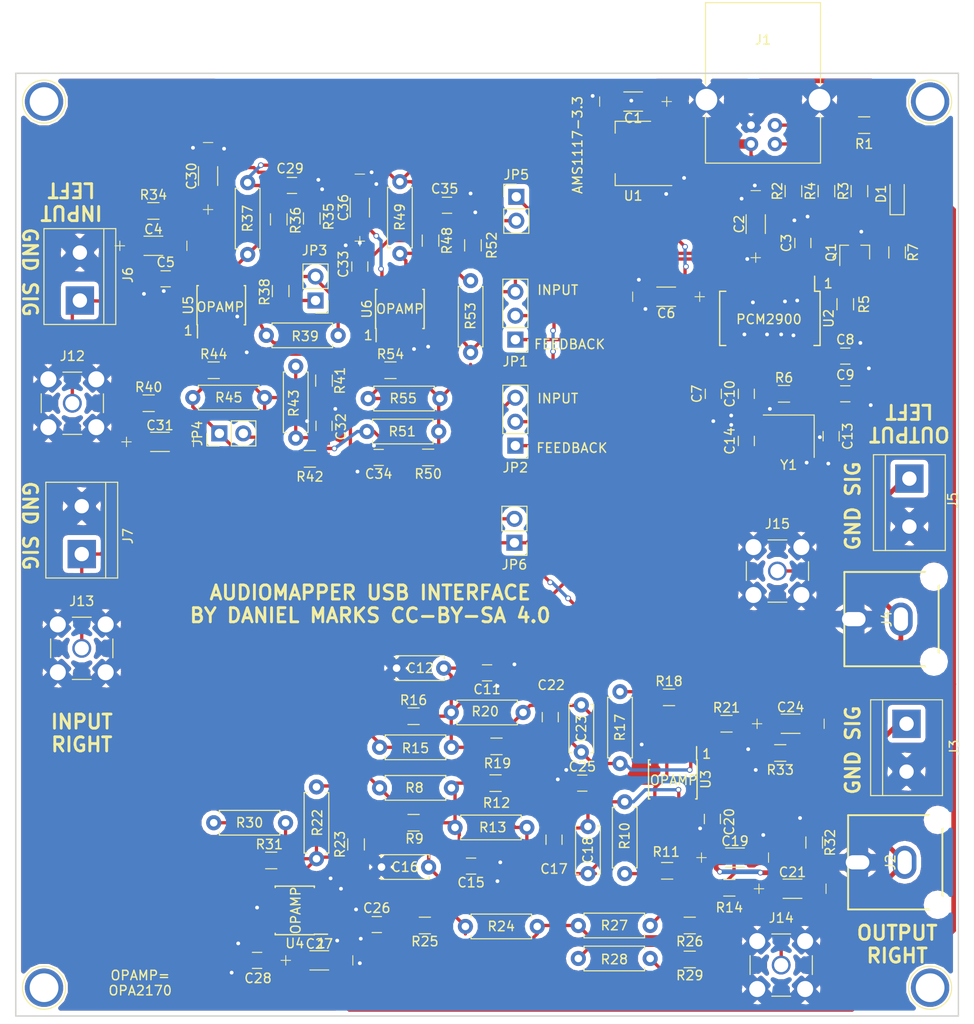
<source format=kicad_pcb>
(kicad_pcb (version 4) (host pcbnew 4.0.7)
  (layers (0 F.Cu signal) (31 B.Cu signal) (34 B.Paste user) (35 F.Paste user) (36 B.SilkS user) (37 F.SilkS user) (38 B.Mask user) (39 F.Mask user) (44 Edge.Cuts user))
  (net 0 "")
  (net 1 "Net-(C1-Pad1)")
  (net 2 GND)
  (net 3 "Net-(C2-Pad1)")
  (net 4 "Net-(C3-Pad1)")
  (net 5 "Net-(C4-Pad1)")
  (net 6 VCOM)
  (net 7 "Net-(C7-Pad2)")
  (net 8 "Net-(C8-Pad1)")
  (net 9 "Net-(C9-Pad2)")
  (net 10 "Net-(C10-Pad2)")
  (net 11 VOUTL)
  (net 12 "Net-(C13-Pad1)")
  (net 13 "Net-(C14-Pad1)")
  (net 14 "Net-(C15-Pad2)")
  (net 15 "Net-(C17-Pad1)")
  (net 16 "Net-(C17-Pad2)")
  (net 17 "Net-(C21-Pad1)")
  (net 18 "Net-(C21-Pad2)")
  (net 19 "Net-(J1-Pad2)")
  (net 20 "Net-(J1-Pad3)")
  (net 21 "Net-(Q1-Pad1)")
  (net 22 "Net-(Q1-Pad2)")
  (net 23 "Net-(R3-Pad1)")
  (net 24 "Net-(R4-Pad1)")
  (net 25 "Net-(R5-Pad1)")
  (net 26 VOUTR)
  (net 27 "Net-(C11-Pad2)")
  (net 28 "Net-(C22-Pad1)")
  (net 29 "Net-(C22-Pad2)")
  (net 30 "Net-(C24-Pad1)")
  (net 31 "Net-(C24-Pad2)")
  (net 32 "Net-(C4-Pad2)")
  (net 33 "Net-(R24-Pad2)")
  (net 34 "Net-(R30-Pad1)")
  (net 35 VINL)
  (net 36 VINR)
  (net 37 "Net-(JP1-Pad1)")
  (net 38 "Net-(JP1-Pad3)")
  (net 39 "Net-(C31-Pad1)")
  (net 40 "Net-(C31-Pad2)")
  (net 41 "Net-(JP2-Pad3)")
  (net 42 "Net-(D1-Pad1)")
  (net 43 "Net-(JP3-Pad1)")
  (net 44 "Net-(JP3-Pad2)")
  (net 45 "Net-(JP4-Pad1)")
  (net 46 "Net-(JP4-Pad2)")
  (net 47 "Net-(JP5-Pad2)")
  (net 48 "Net-(JP6-Pad2)")
  (module Housings_SOIC:SOIC-8_3.9x4.9mm_Pitch1.27mm (layer F.Cu) (at 51.8 54.6 90)
    (fp_text reference U5 (at 0 -3.5 90) (layer F.SilkS))
    (fp_text value OPA2170)
    (pad 1 smd rect (at -2.7 -1.905 90) (size 1.55 0.6) (layers F.Cu F.Paste F.Mask) (net 45 "Net-(JP4-Pad1)"))
    (pad 2 smd rect (at -2.7 -0.635 90) (size 1.55 0.6) (layers F.Cu F.Paste F.Mask) (net 46 "Net-(JP4-Pad2)"))
    (pad 3 smd rect (at -2.7 0.635 90) (size 1.55 0.6) (layers F.Cu F.Paste F.Mask) (net 40 "Net-(C31-Pad2)"))
    (pad 4 smd rect (at -2.7 1.905 90) (size 1.55 0.6) (layers F.Cu F.Paste F.Mask) (net 2 GND))
    (pad 5 smd rect (at 2.7 1.905 90) (size 1.55 0.6) (layers F.Cu F.Paste F.Mask) (net 32 "Net-(C4-Pad2)"))
    (pad 6 smd rect (at 2.7 0.635 90) (size 1.55 0.6) (layers F.Cu F.Paste F.Mask) (net 44 "Net-(JP3-Pad2)"))
    (pad 7 smd rect (at 2.7 -0.635 90) (size 1.55 0.6) (layers F.Cu F.Paste F.Mask) (net 43 "Net-(JP3-Pad1)"))
    (pad 8 smd rect (at 2.7 -1.905 90) (size 1.55 0.6) (layers F.Cu F.Paste F.Mask) (net 1 "Net-(C1-Pad1)"))
  )
  (module Capacitors_SMD:C_0805_HandSoldering (layer F.Cu) (at 113.5 48 90)
    (fp_text reference C3 (at 0 -1.75 90) (layer F.SilkS))
    (fp_text value "1 uF")
    (pad 1 smd rect (at -1.25 0 90) (size 1.5 1.25) (layers F.Cu F.Paste F.Mask) (net 4 "Net-(C3-Pad1)"))
    (pad 2 smd rect (at 1.25 0 90) (size 1.5 1.25) (layers F.Cu F.Paste F.Mask) (net 2 GND))
  )
  (module Capacitors_SMD:C_0805_HandSoldering (layer F.Cu) (at 104 64 90)
    (fp_text reference C7 (at 0 -1.75 90) (layer F.SilkS))
    (fp_text value "1 uF")
    (pad 1 smd rect (at -1.25 0 90) (size 1.5 1.25) (layers F.Cu F.Paste F.Mask) (net 2 GND))
    (pad 2 smd rect (at 1.25 0 90) (size 1.5 1.25) (layers F.Cu F.Paste F.Mask) (net 7 "Net-(C7-Pad2)"))
  )
  (module Capacitors_SMD:C_0805_HandSoldering (layer F.Cu) (at 118 60)
    (fp_text reference C8 (at 0 -1.75) (layer F.SilkS))
    (fp_text value "1 uF")
    (pad 1 smd rect (at -1.25 0) (size 1.5 1.25) (layers F.Cu F.Paste F.Mask) (net 8 "Net-(C8-Pad1)"))
    (pad 2 smd rect (at 1.25 0) (size 1.5 1.25) (layers F.Cu F.Paste F.Mask) (net 2 GND))
  )
  (module Capacitors_SMD:C_0805_HandSoldering (layer F.Cu) (at 118 64 180)
    (fp_text reference C9 (at 0 2 180) (layer F.SilkS))
    (fp_text value "1 uF")
    (pad 1 smd rect (at -1.25 0 180) (size 1.5 1.25) (layers F.Cu F.Paste F.Mask) (net 2 GND))
    (pad 2 smd rect (at 1.25 0 180) (size 1.5 1.25) (layers F.Cu F.Paste F.Mask) (net 9 "Net-(C9-Pad2)"))
  )
  (module Capacitors_SMD:C_0805_HandSoldering (layer F.Cu) (at 107.5 64 90)
    (fp_text reference C10 (at 0 -1.75 90) (layer F.SilkS))
    (fp_text value "1 uF")
    (pad 1 smd rect (at -1.25 0 90) (size 1.5 1.25) (layers F.Cu F.Paste F.Mask) (net 2 GND))
    (pad 2 smd rect (at 1.25 0 90) (size 1.5 1.25) (layers F.Cu F.Paste F.Mask) (net 10 "Net-(C10-Pad2)"))
  )
  (module Capacitors_SMD:C_0805_HandSoldering (layer F.Cu) (at 116.5 68.5 270)
    (fp_text reference C13 (at 0 -1.75 270) (layer F.SilkS))
    (fp_text value "18 pF")
    (pad 1 smd rect (at -1.25 0 270) (size 1.5 1.25) (layers F.Cu F.Paste F.Mask) (net 12 "Net-(C13-Pad1)"))
    (pad 2 smd rect (at 1.25 0 270) (size 1.5 1.25) (layers F.Cu F.Paste F.Mask) (net 2 GND))
  )
  (module Capacitors_SMD:C_0805_HandSoldering (layer F.Cu) (at 107.5 69 90)
    (fp_text reference C14 (at 0 -1.75 90) (layer F.SilkS))
    (fp_text value "18 pF")
    (pad 1 smd rect (at -1.25 0 90) (size 1.5 1.25) (layers F.Cu F.Paste F.Mask) (net 13 "Net-(C14-Pad1)"))
    (pad 2 smd rect (at 1.25 0 90) (size 1.5 1.25) (layers F.Cu F.Paste F.Mask) (net 2 GND))
  )
  (module Capacitors_SMD:C_0805_HandSoldering (layer F.Cu) (at 78.3 114.1 180)
    (fp_text reference C15 (at 0 -1.75 180) (layer F.SilkS))
    (fp_text value "1.5 nF")
    (pad 1 smd rect (at -1.25 0 180) (size 1.5 1.25) (layers F.Cu F.Paste F.Mask) (net 2 GND))
    (pad 2 smd rect (at 1.25 0 180) (size 1.5 1.25) (layers F.Cu F.Paste F.Mask) (net 14 "Net-(C15-Pad2)"))
  )
  (module Capacitors_THT:C_Disc_D5.0mm_W2.5mm_P5.00mm (layer F.Cu) (at 68.8 114.2)
    (fp_text reference C16 (at 2.5 0) (layer F.SilkS))
    (fp_text value NO)
    (pad 1 thru_hole circle (at 0 0) (size 1.6 1.6) (drill 0.8) (layers *.Cu *.Mask) (net 2 GND))
    (pad 2 thru_hole circle (at 5 0) (size 1.6 1.6) (drill 0.8) (layers *.Cu *.Mask) (net 14 "Net-(C15-Pad2)"))
  )
  (module Capacitors_SMD:C_0805_HandSoldering (layer F.Cu) (at 87.1 111.3 90)
    (fp_text reference C17 (at -3.1 0 180) (layer F.SilkS))
    (fp_text value "330 pF")
    (pad 1 smd rect (at -1.25 0 90) (size 1.5 1.25) (layers F.Cu F.Paste F.Mask) (net 15 "Net-(C17-Pad1)"))
    (pad 2 smd rect (at 1.25 0 90) (size 1.5 1.25) (layers F.Cu F.Paste F.Mask) (net 16 "Net-(C17-Pad2)"))
  )
  (module Capacitors_THT:C_Disc_D5.0mm_W2.5mm_P5.00mm (layer F.Cu) (at 90.7 114.9 90)
    (fp_text reference C18 (at 2.5 0 90) (layer F.SilkS))
    (fp_text value NO)
    (pad 1 thru_hole circle (at 0 0 90) (size 1.6 1.6) (drill 0.8) (layers *.Cu *.Mask) (net 15 "Net-(C17-Pad1)"))
    (pad 2 thru_hole circle (at 5 0 90) (size 1.6 1.6) (drill 0.8) (layers *.Cu *.Mask) (net 16 "Net-(C17-Pad2)"))
  )
  (module Capacitors_SMD:C_0805_HandSoldering (layer F.Cu) (at 103.9 109.1 90)
    (fp_text reference C20 (at -0.3 1.8 90) (layer F.SilkS))
    (fp_text value "1 uF")
    (pad 1 smd rect (at -1.25 0 90) (size 1.5 1.25) (layers F.Cu F.Paste F.Mask) (net 2 GND))
    (pad 2 smd rect (at 1.25 0 90) (size 1.5 1.25) (layers F.Cu F.Paste F.Mask) (net 1 "Net-(C1-Pad1)"))
  )
  (module LEDs:LED_0805_HandSoldering (layer F.Cu) (at 123.5 42.8 90)
    (fp_text reference D1 (at 0 -1.7 90) (layer F.SilkS))
    (fp_text value LED)
    (pad 1 smd rect (at -1.35 0 90) (size 1.5 1.3) (layers F.Cu F.Paste F.Mask) (net 42 "Net-(D1-Pad1)"))
    (pad 2 smd rect (at 1.35 0 90) (size 1.5 1.3) (layers F.Cu F.Paste F.Mask) (net 1 "Net-(C1-Pad1)"))
  )
  (module Connectors:USB_B (layer F.Cu) (at 108 37.5 90)
    (fp_text reference J1 (at 11.05 1.27 180) (layer F.SilkS))
    (fp_text value USB_B)
    (pad 2 thru_hole circle (at 0 2.54) (size 1.52 1.52) (drill 0.81) (layers *.Cu *.Mask) (net 19 "Net-(J1-Pad2)"))
    (pad 1 thru_hole circle (at 0 0) (size 1.52 1.52) (drill 0.81) (layers *.Cu *.Mask) (net 1 "Net-(C1-Pad1)"))
    (pad 4 thru_hole circle (at 2 0) (size 1.52 1.52) (drill 0.81) (layers *.Cu *.Mask) (net 2 GND))
    (pad 3 thru_hole circle (at 2 2.54) (size 1.52 1.52) (drill 0.81) (layers *.Cu *.Mask) (net 20 "Net-(J1-Pad3)"))
    (pad 5 thru_hole circle (at 4.7 7.27) (size 2.7 2.7) (drill 2.3) (layers *.Cu *.Mask) (net 2 GND))
    (pad 5 thru_hole circle (at 4.7 -4.73) (size 2.7 2.7) (drill 2.3) (layers *.Cu *.Mask) (net 2 GND))
  )
  (module Connectors_Terminal_Blocks:TerminalBlock_bornier-2_P5.08mm (layer F.Cu) (at 124.5 99 270)
    (fp_text reference J3 (at 2.54 -5.08 270) (layer F.SilkS))
    (fp_text value Conn_01x02)
    (pad 1 thru_hole rect (at 0 0 270) (size 3 3) (drill 1.52) (layers *.Cu *.Mask) (net 18 "Net-(C21-Pad2)"))
    (pad 2 thru_hole circle (at 5.08 0 270) (size 3 3) (drill 1.52) (layers *.Cu *.Mask) (net 2 GND))
  )
  (module TO_SOT_Packages_SMD:SOT-23 (layer F.Cu) (at 119 49 90)
    (fp_text reference Q1 (at 0 -2.5 90) (layer F.SilkS))
    (fp_text value SS8550)
    (pad 1 smd rect (at -1 -0.95 90) (size 0.9 0.8) (layers F.Cu F.Paste F.Mask) (net 21 "Net-(Q1-Pad1)"))
    (pad 2 smd rect (at -1 0.95 90) (size 0.9 0.8) (layers F.Cu F.Paste F.Mask) (net 22 "Net-(Q1-Pad2)"))
    (pad 3 smd rect (at 1 0 90) (size 0.9 0.8) (layers F.Cu F.Paste F.Mask) (net 2 GND))
  )
  (module Resistors_SMD:R_0805_HandSoldering (layer F.Cu) (at 120 35.5)
    (fp_text reference R1 (at 0 2) (layer F.SilkS))
    (fp_text value 1k5)
    (pad 1 smd rect (at -1.35 0) (size 1.5 1.3) (layers F.Cu F.Paste F.Mask) (net 20 "Net-(J1-Pad3)"))
    (pad 2 smd rect (at 1.35 0) (size 1.5 1.3) (layers F.Cu F.Paste F.Mask) (net 8 "Net-(C8-Pad1)"))
  )
  (module Resistors_SMD:R_0805_HandSoldering (layer F.Cu) (at 112.5 42.5 90)
    (fp_text reference R2 (at 0 -1.7 90) (layer F.SilkS))
    (fp_text value 2R2)
    (pad 1 smd rect (at -1.35 0 90) (size 1.5 1.3) (layers F.Cu F.Paste F.Mask) (net 4 "Net-(C3-Pad1)"))
    (pad 2 smd rect (at 1.35 0 90) (size 1.5 1.3) (layers F.Cu F.Paste F.Mask) (net 1 "Net-(C1-Pad1)"))
  )
  (module Resistors_SMD:R_0805_HandSoldering (layer F.Cu) (at 119.5 42.5 90)
    (fp_text reference R3 (at 0 -1.7 90) (layer F.SilkS))
    (fp_text value 22R)
    (pad 1 smd rect (at -1.35 0 90) (size 1.5 1.3) (layers F.Cu F.Paste F.Mask) (net 23 "Net-(R3-Pad1)"))
    (pad 2 smd rect (at 1.35 0 90) (size 1.5 1.3) (layers F.Cu F.Paste F.Mask) (net 20 "Net-(J1-Pad3)"))
  )
  (module Resistors_SMD:R_0805_HandSoldering (layer F.Cu) (at 116 42.5 90)
    (fp_text reference R4 (at 0 -1.7 90) (layer F.SilkS))
    (fp_text value 22R)
    (pad 1 smd rect (at -1.35 0 90) (size 1.5 1.3) (layers F.Cu F.Paste F.Mask) (net 24 "Net-(R4-Pad1)"))
    (pad 2 smd rect (at 1.35 0 90) (size 1.5 1.3) (layers F.Cu F.Paste F.Mask) (net 19 "Net-(J1-Pad2)"))
  )
  (module Resistors_SMD:R_0805_HandSoldering (layer F.Cu) (at 118 54.5 90)
    (fp_text reference R5 (at 0 2 90) (layer F.SilkS))
    (fp_text value 1k5)
    (pad 1 smd rect (at -1.35 0 90) (size 1.5 1.3) (layers F.Cu F.Paste F.Mask) (net 25 "Net-(R5-Pad1)"))
    (pad 2 smd rect (at 1.35 0 90) (size 1.5 1.3) (layers F.Cu F.Paste F.Mask) (net 21 "Net-(Q1-Pad1)"))
  )
  (module Resistors_SMD:R_0805_HandSoldering (layer F.Cu) (at 111.5 64)
    (fp_text reference R6 (at 0 -1.7) (layer F.SilkS))
    (fp_text value 1M)
    (pad 1 smd rect (at -1.35 0) (size 1.5 1.3) (layers F.Cu F.Paste F.Mask) (net 13 "Net-(C14-Pad1)"))
    (pad 2 smd rect (at 1.35 0) (size 1.5 1.3) (layers F.Cu F.Paste F.Mask) (net 12 "Net-(C13-Pad1)"))
  )
  (module Resistors_SMD:R_0805_HandSoldering (layer F.Cu) (at 123.5 49 270)
    (fp_text reference R7 (at 0 -1.7 270) (layer F.SilkS))
    (fp_text value 1k5)
    (pad 1 smd rect (at -1.35 0 270) (size 1.5 1.3) (layers F.Cu F.Paste F.Mask) (net 42 "Net-(D1-Pad1)"))
    (pad 2 smd rect (at 1.35 0 270) (size 1.5 1.3) (layers F.Cu F.Paste F.Mask) (net 22 "Net-(Q1-Pad2)"))
  )
  (module Resistors_THT:R_Axial_DIN0207_L6.3mm_D2.5mm_P7.62mm_Horizontal (layer F.Cu) (at 68.6 105.8)
    (fp_text reference R8 (at 3.7 0) (layer F.SilkS))
    (fp_text value NO)
    (pad 1 thru_hole circle (at 0 0) (size 1.6 1.6) (drill 0.8) (layers *.Cu *.Mask) (net 26 VOUTR))
    (pad 2 thru_hole oval (at 7.62 0) (size 1.6 1.6) (drill 0.8) (layers *.Cu *.Mask) (net 14 "Net-(C15-Pad2)"))
  )
  (module Resistors_SMD:R_0805_HandSoldering (layer F.Cu) (at 72.2 109.5)
    (fp_text reference R9 (at 0.1 1.7) (layer F.SilkS))
    (fp_text value 12K)
    (pad 1 smd rect (at -1.35 0) (size 1.5 1.3) (layers F.Cu F.Paste F.Mask) (net 26 VOUTR))
    (pad 2 smd rect (at 1.35 0) (size 1.5 1.3) (layers F.Cu F.Paste F.Mask) (net 14 "Net-(C15-Pad2)"))
  )
  (module Resistors_THT:R_Axial_DIN0207_L6.3mm_D2.5mm_P7.62mm_Horizontal (layer F.Cu) (at 94.6 114.9 90)
    (fp_text reference R10 (at 4 0 90) (layer F.SilkS))
    (fp_text value NO)
    (pad 1 thru_hole circle (at 0 0 90) (size 1.6 1.6) (drill 0.8) (layers *.Cu *.Mask) (net 14 "Net-(C15-Pad2)"))
    (pad 2 thru_hole oval (at 7.62 0 90) (size 1.6 1.6) (drill 0.8) (layers *.Cu *.Mask) (net 16 "Net-(C17-Pad2)"))
  )
  (module Resistors_SMD:R_0805_HandSoldering (layer F.Cu) (at 99.1 114.6)
    (fp_text reference R11 (at -0.1 -2 180) (layer F.SilkS))
    (fp_text value 3K9)
    (pad 1 smd rect (at -1.35 0) (size 1.5 1.3) (layers F.Cu F.Paste F.Mask) (net 14 "Net-(C15-Pad2)"))
    (pad 2 smd rect (at 1.35 0) (size 1.5 1.3) (layers F.Cu F.Paste F.Mask) (net 16 "Net-(C17-Pad2)"))
  )
  (module Resistors_SMD:R_0805_HandSoldering (layer F.Cu) (at 80.9 105.3)
    (fp_text reference R12 (at 0.1 2.1) (layer F.SilkS))
    (fp_text value 12K)
    (pad 1 smd rect (at -1.35 0) (size 1.5 1.3) (layers F.Cu F.Paste F.Mask) (net 14 "Net-(C15-Pad2)"))
    (pad 2 smd rect (at 1.35 0) (size 1.5 1.3) (layers F.Cu F.Paste F.Mask) (net 15 "Net-(C17-Pad1)"))
  )
  (module Resistors_THT:R_Axial_DIN0207_L6.3mm_D2.5mm_P7.62mm_Horizontal (layer F.Cu) (at 76.6 110)
    (fp_text reference R13 (at 4 0) (layer F.SilkS))
    (fp_text value NO)
    (pad 1 thru_hole circle (at 0 0) (size 1.6 1.6) (drill 0.8) (layers *.Cu *.Mask) (net 14 "Net-(C15-Pad2)"))
    (pad 2 thru_hole oval (at 7.62 0) (size 1.6 1.6) (drill 0.8) (layers *.Cu *.Mask) (net 15 "Net-(C17-Pad1)"))
  )
  (module Resistors_SMD:R_0805_HandSoldering (layer F.Cu) (at 105.7 116.4)
    (fp_text reference R14 (at 0 2.1) (layer F.SilkS))
    (fp_text value 100R)
    (pad 1 smd rect (at -1.35 0) (size 1.5 1.3) (layers F.Cu F.Paste F.Mask) (net 16 "Net-(C17-Pad2)"))
    (pad 2 smd rect (at 1.35 0) (size 1.5 1.3) (layers F.Cu F.Paste F.Mask) (net 17 "Net-(C21-Pad1)"))
  )
  (module TO_SOT_Packages_SMD:SOT-223-3_TabPin2 (layer F.Cu) (at 95.5 38.5 180)
    (fp_text reference U1 (at 0 -4.5 180) (layer F.SilkS))
    (fp_text value AMS1117-3.3)
    (pad 2 smd rect (at 3.15 0 180) (size 2 3.8) (layers F.Cu F.Paste F.Mask) (net 3 "Net-(C2-Pad1)"))
    (pad 2 smd rect (at -3.15 0 180) (size 2 1.5) (layers F.Cu F.Paste F.Mask) (net 3 "Net-(C2-Pad1)"))
    (pad 3 smd rect (at -3.15 2.3 180) (size 2 1.5) (layers F.Cu F.Paste F.Mask) (net 1 "Net-(C1-Pad1)"))
    (pad 1 smd rect (at -3.15 -2.3 180) (size 2 1.5) (layers F.Cu F.Paste F.Mask) (net 2 GND))
  )
  (module Housings_SSOP:SSOP-28_5.3x10.2mm_Pitch0.65mm (layer F.Cu) (at 110 56 270)
    (fp_text reference U2 (at 0 -6.25 270) (layer F.SilkS))
    (fp_text value PCM2900)
    (pad 1 smd rect (at -3.6 -4.225 270) (size 1.75 0.45) (layers F.Cu F.Paste F.Mask) (net 23 "Net-(R3-Pad1)"))
    (pad 2 smd rect (at -3.6 -3.575 270) (size 1.75 0.45) (layers F.Cu F.Paste F.Mask) (net 24 "Net-(R4-Pad1)"))
    (pad 3 smd rect (at -3.6 -2.925 270) (size 1.75 0.45) (layers F.Cu F.Paste F.Mask) (net 4 "Net-(C3-Pad1)"))
    (pad 4 smd rect (at -3.6 -2.275 270) (size 1.75 0.45) (layers F.Cu F.Paste F.Mask) (net 2 GND))
    (pad 5 smd rect (at -3.6 -1.625 270) (size 1.75 0.45) (layers F.Cu F.Paste F.Mask))
    (pad 6 smd rect (at -3.6 -0.975 270) (size 1.75 0.45) (layers F.Cu F.Paste F.Mask))
    (pad 7 smd rect (at -3.6 -0.325 270) (size 1.75 0.45) (layers F.Cu F.Paste F.Mask))
    (pad 8 smd rect (at -3.6 0.325 270) (size 1.75 0.45) (layers F.Cu F.Paste F.Mask) (net 8 "Net-(C8-Pad1)"))
    (pad 9 smd rect (at -3.6 0.975 270) (size 1.75 0.45) (layers F.Cu F.Paste F.Mask) (net 8 "Net-(C8-Pad1)"))
    (pad 10 smd rect (at -3.6 1.625 270) (size 1.75 0.45) (layers F.Cu F.Paste F.Mask) (net 3 "Net-(C2-Pad1)"))
    (pad 11 smd rect (at -3.6 2.275 270) (size 1.75 0.45) (layers F.Cu F.Paste F.Mask) (net 2 GND))
    (pad 12 smd rect (at -3.6 2.925 270) (size 1.75 0.45) (layers F.Cu F.Paste F.Mask) (net 35 VINL))
    (pad 13 smd rect (at -3.6 3.575 270) (size 1.75 0.45) (layers F.Cu F.Paste F.Mask) (net 36 VINR))
    (pad 14 smd rect (at -3.6 4.225 270) (size 1.75 0.45) (layers F.Cu F.Paste F.Mask) (net 6 VCOM))
    (pad 15 smd rect (at 3.6 4.225 270) (size 1.75 0.45) (layers F.Cu F.Paste F.Mask) (net 26 VOUTR))
    (pad 16 smd rect (at 3.6 3.575 270) (size 1.75 0.45) (layers F.Cu F.Paste F.Mask) (net 11 VOUTL))
    (pad 17 smd rect (at 3.6 2.925 270) (size 1.75 0.45) (layers F.Cu F.Paste F.Mask) (net 7 "Net-(C7-Pad2)"))
    (pad 18 smd rect (at 3.6 2.275 270) (size 1.75 0.45) (layers F.Cu F.Paste F.Mask) (net 2 GND))
    (pad 19 smd rect (at 3.6 1.625 270) (size 1.75 0.45) (layers F.Cu F.Paste F.Mask) (net 10 "Net-(C10-Pad2)"))
    (pad 20 smd rect (at 3.6 0.975 270) (size 1.75 0.45) (layers F.Cu F.Paste F.Mask) (net 13 "Net-(C14-Pad1)"))
    (pad 21 smd rect (at 3.6 0.325 270) (size 1.75 0.45) (layers F.Cu F.Paste F.Mask) (net 12 "Net-(C13-Pad1)"))
    (pad 22 smd rect (at 3.6 -0.325 270) (size 1.75 0.45) (layers F.Cu F.Paste F.Mask) (net 2 GND))
    (pad 23 smd rect (at 3.6 -0.975 270) (size 1.75 0.45) (layers F.Cu F.Paste F.Mask) (net 9 "Net-(C9-Pad2)"))
    (pad 24 smd rect (at 3.6 -1.625 270) (size 1.75 0.45) (layers F.Cu F.Paste F.Mask) (net 2 GND))
    (pad 25 smd rect (at 3.6 -2.275 270) (size 1.75 0.45) (layers F.Cu F.Paste F.Mask))
    (pad 26 smd rect (at 3.6 -2.925 270) (size 1.75 0.45) (layers F.Cu F.Paste F.Mask) (net 2 GND))
    (pad 27 smd rect (at 3.6 -3.575 270) (size 1.75 0.45) (layers F.Cu F.Paste F.Mask) (net 8 "Net-(C8-Pad1)"))
    (pad 28 smd rect (at 3.6 -4.225 270) (size 1.75 0.45) (layers F.Cu F.Paste F.Mask) (net 25 "Net-(R5-Pad1)"))
  )
  (module Housings_SOIC:SOIC-8_3.9x4.9mm_Pitch1.27mm (layer F.Cu) (at 99.7 104.9 270)
    (fp_text reference U3 (at 0 -3.5 270) (layer F.SilkS))
    (fp_text value OPA2170)
    (pad 1 smd rect (at -2.7 -1.905 270) (size 1.55 0.6) (layers F.Cu F.Paste F.Mask) (net 29 "Net-(C22-Pad2)"))
    (pad 2 smd rect (at -2.7 -0.635 270) (size 1.55 0.6) (layers F.Cu F.Paste F.Mask) (net 28 "Net-(C22-Pad1)"))
    (pad 3 smd rect (at -2.7 0.635 270) (size 1.55 0.6) (layers F.Cu F.Paste F.Mask) (net 6 VCOM))
    (pad 4 smd rect (at -2.7 1.905 270) (size 1.55 0.6) (layers F.Cu F.Paste F.Mask) (net 2 GND))
    (pad 5 smd rect (at 2.7 1.905 270) (size 1.55 0.6) (layers F.Cu F.Paste F.Mask) (net 6 VCOM))
    (pad 6 smd rect (at 2.7 0.635 270) (size 1.55 0.6) (layers F.Cu F.Paste F.Mask) (net 15 "Net-(C17-Pad1)"))
    (pad 7 smd rect (at 2.7 -0.635 270) (size 1.55 0.6) (layers F.Cu F.Paste F.Mask) (net 16 "Net-(C17-Pad2)"))
    (pad 8 smd rect (at 2.7 -1.905 270) (size 1.55 0.6) (layers F.Cu F.Paste F.Mask) (net 1 "Net-(C1-Pad1)"))
  )
  (module Crystals:Crystal_SMD_3225-4pin_3.2x2.5mm_HandSoldering (layer F.Cu) (at 112 68.5 180)
    (fp_text reference Y1 (at 0 -3.05 180) (layer F.SilkS))
    (fp_text value "12 MHz")
    (pad 1 smd rect (at -1.45 1.15 180) (size 2.1 1.8) (layers F.Cu F.Paste F.Mask) (net 12 "Net-(C13-Pad1)"))
    (pad 2 smd rect (at 1.45 1.15 180) (size 2.1 1.8) (layers F.Cu F.Paste F.Mask) (net 2 GND))
    (pad 3 smd rect (at 1.45 -1.15 180) (size 2.1 1.8) (layers F.Cu F.Paste F.Mask) (net 13 "Net-(C14-Pad1)"))
    (pad 4 smd rect (at -1.45 -1.15 180) (size 2.1 1.8) (layers F.Cu F.Paste F.Mask) (net 2 GND))
  )
  (module AudioMapperUSB:RCAConnectorCommon (layer F.Cu) (at 123.3 113.7 270)
    (fp_text reference J2 (at 0 0.5 270) (layer F.SilkS))
    (fp_text value Audio-Jack-2)
    (pad "" np_thru_hole oval (at -4.5 -4.5 270) (size 2 2) (drill oval 2) (layers *.Cu *.Mask))
    (pad "" np_thru_hole oval (at 4.5 -4.5 270) (size 2 2) (drill oval 2) (layers *.Cu *.Mask))
    (pad 1 thru_hole oval (at 0 -1 270) (size 3.5 2.5) (drill oval 2.5 1.5) (layers *.Cu *.Mask) (net 18 "Net-(C21-Pad2)"))
    (pad 2 thru_hole oval (at 0 4 270) (size 2.5 3.5) (drill oval 1.5 2.5) (layers *.Cu *.Mask) (net 2 GND))
  )
  (module Capacitors_SMD:C_0805_HandSoldering (layer F.Cu) (at 80 93.6 180)
    (fp_text reference C11 (at 0 -1.75 180) (layer F.SilkS))
    (fp_text value "1.5 nF")
    (pad 1 smd rect (at -1.25 0 180) (size 1.5 1.25) (layers F.Cu F.Paste F.Mask) (net 2 GND))
    (pad 2 smd rect (at 1.25 0 180) (size 1.5 1.25) (layers F.Cu F.Paste F.Mask) (net 27 "Net-(C11-Pad2)"))
  )
  (module Capacitors_THT:C_Disc_D5.0mm_W2.5mm_P5.00mm (layer F.Cu) (at 70.4 93.1)
    (fp_text reference C12 (at 2.5 0) (layer F.SilkS))
    (fp_text value NO)
    (pad 1 thru_hole circle (at 0 0) (size 1.6 1.6) (drill 0.8) (layers *.Cu *.Mask) (net 2 GND))
    (pad 2 thru_hole circle (at 5 0) (size 1.6 1.6) (drill 0.8) (layers *.Cu *.Mask) (net 27 "Net-(C11-Pad2)"))
  )
  (module Capacitors_SMD:C_0805_HandSoldering (layer F.Cu) (at 86.7 98.3 270)
    (fp_text reference C22 (at -3.4 -0.1 360) (layer F.SilkS))
    (fp_text value "330 pF")
    (pad 1 smd rect (at -1.25 0 270) (size 1.5 1.25) (layers F.Cu F.Paste F.Mask) (net 28 "Net-(C22-Pad1)"))
    (pad 2 smd rect (at 1.25 0 270) (size 1.5 1.25) (layers F.Cu F.Paste F.Mask) (net 29 "Net-(C22-Pad2)"))
  )
  (module Capacitors_THT:C_Disc_D5.0mm_W2.5mm_P5.00mm (layer F.Cu) (at 90 97 270)
    (fp_text reference C23 (at 2.5 0 270) (layer F.SilkS))
    (fp_text value NO)
    (pad 1 thru_hole circle (at 0 0 270) (size 1.6 1.6) (drill 0.8) (layers *.Cu *.Mask) (net 28 "Net-(C22-Pad1)"))
    (pad 2 thru_hole circle (at 5 0 270) (size 1.6 1.6) (drill 0.8) (layers *.Cu *.Mask) (net 29 "Net-(C22-Pad2)"))
  )
  (module AudioMapperUSB:RCAConnectorCommon (layer F.Cu) (at 122.9 87.9 270)
    (fp_text reference J4 (at 0 0.5 270) (layer F.SilkS))
    (fp_text value Audio-Jack-2)
    (pad "" np_thru_hole oval (at -4.5 -4.5 270) (size 2 2) (drill oval 2) (layers *.Cu *.Mask))
    (pad "" np_thru_hole oval (at 4.5 -4.5 270) (size 2 2) (drill oval 2) (layers *.Cu *.Mask))
    (pad 1 thru_hole oval (at 0 -1 270) (size 3.5 2.5) (drill oval 2.5 1.5) (layers *.Cu *.Mask) (net 31 "Net-(C24-Pad2)"))
    (pad 2 thru_hole oval (at 0 4 270) (size 2.5 3.5) (drill oval 1.5 2.5) (layers *.Cu *.Mask) (net 2 GND))
  )
  (module Connectors_Terminal_Blocks:TerminalBlock_bornier-2_P5.08mm (layer F.Cu) (at 124.8 73 270)
    (fp_text reference J5 (at 2.3 -4.6 270) (layer F.SilkS))
    (fp_text value Conn_01x02)
    (pad 1 thru_hole rect (at 0 0 270) (size 3 3) (drill 1.52) (layers *.Cu *.Mask) (net 31 "Net-(C24-Pad2)"))
    (pad 2 thru_hole circle (at 5.08 0 270) (size 3 3) (drill 1.52) (layers *.Cu *.Mask) (net 2 GND))
  )
  (module Resistors_THT:R_Axial_DIN0207_L6.3mm_D2.5mm_P7.62mm_Horizontal (layer F.Cu) (at 68.6 101.5)
    (fp_text reference R15 (at 3.8 0.1) (layer F.SilkS))
    (fp_text value NO)
    (pad 1 thru_hole circle (at 0 0) (size 1.6 1.6) (drill 0.8) (layers *.Cu *.Mask) (net 11 VOUTL))
    (pad 2 thru_hole oval (at 7.62 0) (size 1.6 1.6) (drill 0.8) (layers *.Cu *.Mask) (net 27 "Net-(C11-Pad2)"))
  )
  (module Resistors_SMD:R_0805_HandSoldering (layer F.Cu) (at 72.2 98.2)
    (fp_text reference R16 (at 0 -1.7) (layer F.SilkS))
    (fp_text value 12K)
    (pad 1 smd rect (at -1.35 0) (size 1.5 1.3) (layers F.Cu F.Paste F.Mask) (net 11 VOUTL))
    (pad 2 smd rect (at 1.35 0) (size 1.5 1.3) (layers F.Cu F.Paste F.Mask) (net 27 "Net-(C11-Pad2)"))
  )
  (module Resistors_THT:R_Axial_DIN0207_L6.3mm_D2.5mm_P7.62mm_Horizontal (layer F.Cu) (at 94.1 95.6 270)
    (fp_text reference R17 (at 3.8 0 270) (layer F.SilkS))
    (fp_text value NO)
    (pad 1 thru_hole circle (at 0 0 270) (size 1.6 1.6) (drill 0.8) (layers *.Cu *.Mask) (net 27 "Net-(C11-Pad2)"))
    (pad 2 thru_hole oval (at 7.62 0 270) (size 1.6 1.6) (drill 0.8) (layers *.Cu *.Mask) (net 29 "Net-(C22-Pad2)"))
  )
  (module Resistors_SMD:R_0805_HandSoldering (layer F.Cu) (at 99.3 96.2)
    (fp_text reference R18 (at 0 -1.7) (layer F.SilkS))
    (fp_text value 3K9)
    (pad 1 smd rect (at -1.35 0) (size 1.5 1.3) (layers F.Cu F.Paste F.Mask) (net 27 "Net-(C11-Pad2)"))
    (pad 2 smd rect (at 1.35 0) (size 1.5 1.3) (layers F.Cu F.Paste F.Mask) (net 29 "Net-(C22-Pad2)"))
  )
  (module Resistors_SMD:R_0805_HandSoldering (layer F.Cu) (at 81 101.4)
    (fp_text reference R19 (at 0.1 1.8) (layer F.SilkS))
    (fp_text value 12K)
    (pad 1 smd rect (at -1.35 0) (size 1.5 1.3) (layers F.Cu F.Paste F.Mask) (net 27 "Net-(C11-Pad2)"))
    (pad 2 smd rect (at 1.35 0) (size 1.5 1.3) (layers F.Cu F.Paste F.Mask) (net 28 "Net-(C22-Pad1)"))
  )
  (module Resistors_THT:R_Axial_DIN0207_L6.3mm_D2.5mm_P7.62mm_Horizontal (layer F.Cu) (at 76.2 97.8)
    (fp_text reference R20 (at 3.6 -0.1) (layer F.SilkS))
    (fp_text value NO)
    (pad 1 thru_hole circle (at 0 0) (size 1.6 1.6) (drill 0.8) (layers *.Cu *.Mask) (net 27 "Net-(C11-Pad2)"))
    (pad 2 thru_hole oval (at 7.62 0) (size 1.6 1.6) (drill 0.8) (layers *.Cu *.Mask) (net 28 "Net-(C22-Pad1)"))
  )
  (module Resistors_SMD:R_0805_HandSoldering (layer F.Cu) (at 105.4 99)
    (fp_text reference R21 (at 0 -1.7) (layer F.SilkS))
    (fp_text value 100R)
    (pad 1 smd rect (at -1.35 0) (size 1.5 1.3) (layers F.Cu F.Paste F.Mask) (net 29 "Net-(C22-Pad2)"))
    (pad 2 smd rect (at 1.35 0) (size 1.5 1.3) (layers F.Cu F.Paste F.Mask) (net 30 "Net-(C24-Pad1)"))
  )
  (module Capacitors_SMD:C_0805_HandSoldering (layer F.Cu) (at 90.1 105.3)
    (fp_text reference C25 (at 0 -1.75) (layer F.SilkS))
    (fp_text value "1 uF")
    (pad 1 smd rect (at -1.25 0) (size 1.5 1.25) (layers F.Cu F.Paste F.Mask) (net 2 GND))
    (pad 2 smd rect (at 1.25 0) (size 1.5 1.25) (layers F.Cu F.Paste F.Mask) (net 6 VCOM))
  )
  (module Capacitors_SMD:C_0805_HandSoldering (layer F.Cu) (at 68.3 120.3)
    (fp_text reference C26 (at 0 -1.75) (layer F.SilkS))
    (fp_text value "1 uF")
    (pad 1 smd rect (at -1.25 0) (size 1.5 1.25) (layers F.Cu F.Paste F.Mask) (net 2 GND))
    (pad 2 smd rect (at 1.25 0) (size 1.5 1.25) (layers F.Cu F.Paste F.Mask) (net 6 VCOM))
  )
  (module Capacitors_SMD:C_0805_HandSoldering (layer F.Cu) (at 55.6 124.1)
    (fp_text reference C28 (at 0.1 1.9) (layer F.SilkS))
    (fp_text value "1 uF")
    (pad 1 smd rect (at -1.25 0) (size 1.5 1.25) (layers F.Cu F.Paste F.Mask) (net 2 GND))
    (pad 2 smd rect (at 1.25 0) (size 1.5 1.25) (layers F.Cu F.Paste F.Mask) (net 1 "Net-(C1-Pad1)"))
  )
  (module Resistors_THT:R_Axial_DIN0207_L6.3mm_D2.5mm_P7.62mm_Horizontal (layer F.Cu) (at 61.9 105.7 270)
    (fp_text reference R22 (at 3.8 -0.1 270) (layer F.SilkS))
    (fp_text value NO)
    (pad 1 thru_hole circle (at 0 0 270) (size 1.6 1.6) (drill 0.8) (layers *.Cu *.Mask) (net 6 VCOM))
    (pad 2 thru_hole oval (at 7.62 0 270) (size 1.6 1.6) (drill 0.8) (layers *.Cu *.Mask) (net 37 "Net-(JP1-Pad1)"))
  )
  (module Resistors_SMD:R_0805_HandSoldering (layer F.Cu) (at 66.1 111.8 90)
    (fp_text reference R23 (at 0 -1.7 90) (layer F.SilkS))
    (fp_text value 10k)
    (pad 1 smd rect (at -1.35 0 90) (size 1.5 1.3) (layers F.Cu F.Paste F.Mask) (net 37 "Net-(JP1-Pad1)"))
    (pad 2 smd rect (at 1.35 0 90) (size 1.5 1.3) (layers F.Cu F.Paste F.Mask) (net 6 VCOM))
  )
  (module Resistors_THT:R_Axial_DIN0207_L6.3mm_D2.5mm_P7.62mm_Horizontal (layer F.Cu) (at 77.7 120.5)
    (fp_text reference R24 (at 3.8 0) (layer F.SilkS))
    (fp_text value NO)
    (pad 1 thru_hole circle (at 0 0) (size 1.6 1.6) (drill 0.8) (layers *.Cu *.Mask) (net 6 VCOM))
    (pad 2 thru_hole oval (at 7.62 0) (size 1.6 1.6) (drill 0.8) (layers *.Cu *.Mask) (net 33 "Net-(R24-Pad2)"))
  )
  (module Resistors_SMD:R_0805_HandSoldering (layer F.Cu) (at 73.4 120.4 180)
    (fp_text reference R25 (at 0 -1.7 180) (layer F.SilkS))
    (fp_text value 10k)
    (pad 1 smd rect (at -1.35 0 180) (size 1.5 1.3) (layers F.Cu F.Paste F.Mask) (net 33 "Net-(R24-Pad2)"))
    (pad 2 smd rect (at 1.35 0 180) (size 1.5 1.3) (layers F.Cu F.Paste F.Mask) (net 6 VCOM))
  )
  (module Resistors_SMD:R_0805_HandSoldering (layer F.Cu) (at 101.5 120.4 180)
    (fp_text reference R26 (at 0 -1.7 180) (layer F.SilkS))
    (fp_text value 10k)
    (pad 1 smd rect (at -1.35 0 180) (size 1.5 1.3) (layers F.Cu F.Paste F.Mask) (net 16 "Net-(C17-Pad2)"))
    (pad 2 smd rect (at 1.35 0 180) (size 1.5 1.3) (layers F.Cu F.Paste F.Mask) (net 33 "Net-(R24-Pad2)"))
  )
  (module Resistors_THT:R_Axial_DIN0207_L6.3mm_D2.5mm_P7.62mm_Horizontal (layer F.Cu) (at 97.3 120.4 180)
    (fp_text reference R27 (at 3.8 0 180) (layer F.SilkS))
    (fp_text value NO)
    (pad 1 thru_hole circle (at 0 0 180) (size 1.6 1.6) (drill 0.8) (layers *.Cu *.Mask) (net 16 "Net-(C17-Pad2)"))
    (pad 2 thru_hole oval (at 7.62 0 180) (size 1.6 1.6) (drill 0.8) (layers *.Cu *.Mask) (net 33 "Net-(R24-Pad2)"))
  )
  (module Resistors_THT:R_Axial_DIN0207_L6.3mm_D2.5mm_P7.62mm_Horizontal (layer F.Cu) (at 97.3 123.9 180)
    (fp_text reference R28 (at 3.8 -0.1 180) (layer F.SilkS))
    (fp_text value NO)
    (pad 1 thru_hole circle (at 0 0 180) (size 1.6 1.6) (drill 0.8) (layers *.Cu *.Mask) (net 29 "Net-(C22-Pad2)"))
    (pad 2 thru_hole oval (at 7.62 0 180) (size 1.6 1.6) (drill 0.8) (layers *.Cu *.Mask) (net 33 "Net-(R24-Pad2)"))
  )
  (module Resistors_SMD:R_0805_HandSoldering (layer F.Cu) (at 101.5 124 180)
    (fp_text reference R29 (at 0 -1.7 180) (layer F.SilkS))
    (fp_text value 10k)
    (pad 1 smd rect (at -1.35 0 180) (size 1.5 1.3) (layers F.Cu F.Paste F.Mask) (net 29 "Net-(C22-Pad2)"))
    (pad 2 smd rect (at 1.35 0 180) (size 1.5 1.3) (layers F.Cu F.Paste F.Mask) (net 33 "Net-(R24-Pad2)"))
  )
  (module Resistors_THT:R_Axial_DIN0207_L6.3mm_D2.5mm_P7.62mm_Horizontal (layer F.Cu) (at 51 109.5)
    (fp_text reference R30 (at 3.8 0) (layer F.SilkS))
    (fp_text value NO)
    (pad 1 thru_hole circle (at 0 0) (size 1.6 1.6) (drill 0.8) (layers *.Cu *.Mask) (net 34 "Net-(R30-Pad1)"))
    (pad 2 thru_hole oval (at 7.62 0) (size 1.6 1.6) (drill 0.8) (layers *.Cu *.Mask) (net 37 "Net-(JP1-Pad1)"))
  )
  (module Resistors_SMD:R_0805_HandSoldering (layer F.Cu) (at 57.1 113.5 180)
    (fp_text reference R31 (at 0.2 1.7 180) (layer F.SilkS))
    (fp_text value 0R)
    (pad 1 smd rect (at -1.35 0 180) (size 1.5 1.3) (layers F.Cu F.Paste F.Mask) (net 37 "Net-(JP1-Pad1)"))
    (pad 2 smd rect (at 1.35 0 180) (size 1.5 1.3) (layers F.Cu F.Paste F.Mask) (net 34 "Net-(R30-Pad1)"))
  )
  (module Housings_SOIC:SOIC-8_3.9x4.9mm_Pitch1.27mm (layer F.Cu) (at 59.6 118.8 180)
    (fp_text reference U4 (at 0 -3.5 180) (layer F.SilkS))
    (fp_text value OPA2170)
    (pad 1 smd rect (at -2.7 -1.905 180) (size 1.55 0.6) (layers F.Cu F.Paste F.Mask) (net 34 "Net-(R30-Pad1)"))
    (pad 2 smd rect (at -2.7 -0.635 180) (size 1.55 0.6) (layers F.Cu F.Paste F.Mask) (net 37 "Net-(JP1-Pad1)"))
    (pad 3 smd rect (at -2.7 0.635 180) (size 1.55 0.6) (layers F.Cu F.Paste F.Mask) (net 33 "Net-(R24-Pad2)"))
    (pad 4 smd rect (at -2.7 1.905 180) (size 1.55 0.6) (layers F.Cu F.Paste F.Mask) (net 2 GND))
    (pad 5 smd rect (at 2.7 1.905 180) (size 1.55 0.6) (layers F.Cu F.Paste F.Mask) (net 1 "Net-(C1-Pad1)"))
    (pad 6 smd rect (at 2.7 0.635 180) (size 1.55 0.6) (layers F.Cu F.Paste F.Mask) (net 2 GND))
    (pad 7 smd rect (at 2.7 -0.635 180) (size 1.55 0.6) (layers F.Cu F.Paste F.Mask))
    (pad 8 smd rect (at 2.7 -1.905 180) (size 1.55 0.6) (layers F.Cu F.Paste F.Mask) (net 1 "Net-(C1-Pad1)"))
  )
  (module Connectors_Terminal_Blocks:TerminalBlock_bornier-2_P5.08mm (layer F.Cu) (at 36.8 54.1 90)
    (fp_text reference J6 (at 2.7 5.1 90) (layer F.SilkS))
    (fp_text value Conn_01x02)
    (pad 1 thru_hole rect (at 0 0 90) (size 3 3) (drill 1.52) (layers *.Cu *.Mask) (net 5 "Net-(C4-Pad1)"))
    (pad 2 thru_hole circle (at 5.08 0 90) (size 3 3) (drill 1.52) (layers *.Cu *.Mask) (net 2 GND))
  )
  (module Resistors_SMD:R_0805_HandSoldering (layer F.Cu) (at 114.7 111.6 270)
    (fp_text reference R32 (at 0 -1.7 270) (layer F.SilkS))
    (fp_text value 1M)
    (pad 1 smd rect (at -1.35 0 270) (size 1.5 1.3) (layers F.Cu F.Paste F.Mask) (net 2 GND))
    (pad 2 smd rect (at 1.35 0 270) (size 1.5 1.3) (layers F.Cu F.Paste F.Mask) (net 18 "Net-(C21-Pad2)"))
  )
  (module Resistors_SMD:R_0805_HandSoldering (layer F.Cu) (at 111.1 102.1)
    (fp_text reference R33 (at 0 1.8) (layer F.SilkS))
    (fp_text value 1M)
    (pad 1 smd rect (at -1.35 0) (size 1.5 1.3) (layers F.Cu F.Paste F.Mask) (net 2 GND))
    (pad 2 smd rect (at 1.35 0) (size 1.5 1.3) (layers F.Cu F.Paste F.Mask) (net 31 "Net-(C24-Pad2)"))
  )
  (module Capacitors_SMD:C_0805_HandSoldering (layer F.Cu) (at 59.3 41.9 180)
    (fp_text reference C29 (at 0.2 1.8 180) (layer F.SilkS))
    (fp_text value "1 uF")
    (pad 1 smd rect (at -1.25 0 180) (size 1.5 1.25) (layers F.Cu F.Paste F.Mask) (net 2 GND))
    (pad 2 smd rect (at 1.25 0 180) (size 1.5 1.25) (layers F.Cu F.Paste F.Mask) (net 6 VCOM))
  )
  (module Pin_Headers:Pin_Header_Straight_1x03_Pitch2.54mm (layer F.Cu) (at 83 58.25 180)
    (fp_text reference JP1 (at 0 -2.33 180) (layer F.SilkS))
    (fp_text value Jumper_NC_Dual)
    (pad 1 thru_hole rect (at 0 0 180) (size 1.7 1.7) (drill 1) (layers *.Cu *.Mask) (net 37 "Net-(JP1-Pad1)"))
    (pad 2 thru_hole oval (at 0 2.54 180) (size 1.7 1.7) (drill 1) (layers *.Cu *.Mask) (net 35 VINL))
    (pad 3 thru_hole oval (at 0 5.08 180) (size 1.7 1.7) (drill 1) (layers *.Cu *.Mask) (net 38 "Net-(JP1-Pad3)"))
  )
  (module Resistors_SMD:R_0805_HandSoldering (layer F.Cu) (at 44.6 44.6)
    (fp_text reference R34 (at 0 -1.7) (layer F.SilkS))
    (fp_text value 10k)
    (pad 1 smd rect (at -1.35 0) (size 1.5 1.3) (layers F.Cu F.Paste F.Mask) (net 5 "Net-(C4-Pad1)"))
    (pad 2 smd rect (at 1.35 0) (size 1.5 1.3) (layers F.Cu F.Paste F.Mask) (net 1 "Net-(C1-Pad1)"))
  )
  (module Resistors_SMD:R_0805_HandSoldering (layer F.Cu) (at 61.4 45.4 90)
    (fp_text reference R35 (at 0.2 1.8 90) (layer F.SilkS))
    (fp_text value 100k)
    (pad 1 smd rect (at -1.35 0 90) (size 1.5 1.3) (layers F.Cu F.Paste F.Mask) (net 32 "Net-(C4-Pad2)"))
    (pad 2 smd rect (at 1.35 0 90) (size 1.5 1.3) (layers F.Cu F.Paste F.Mask) (net 6 VCOM))
  )
  (module Resistors_SMD:R_0805_HandSoldering (layer F.Cu) (at 57.9 45.5 90)
    (fp_text reference R36 (at -0.1 1.8 90) (layer F.SilkS))
    (fp_text value 10k)
    (pad 1 smd rect (at -1.35 0 90) (size 1.5 1.3) (layers F.Cu F.Paste F.Mask) (net 44 "Net-(JP3-Pad2)"))
    (pad 2 smd rect (at 1.35 0 90) (size 1.5 1.3) (layers F.Cu F.Paste F.Mask) (net 6 VCOM))
  )
  (module Resistors_THT:R_Axial_DIN0207_L6.3mm_D2.5mm_P7.62mm_Horizontal (layer F.Cu) (at 54.6 41.6 270)
    (fp_text reference R37 (at 3.8 0 270) (layer F.SilkS))
    (fp_text value NO)
    (pad 1 thru_hole circle (at 0 0 270) (size 1.6 1.6) (drill 0.8) (layers *.Cu *.Mask) (net 6 VCOM))
    (pad 2 thru_hole oval (at 7.62 0 270) (size 1.6 1.6) (drill 0.8) (layers *.Cu *.Mask) (net 44 "Net-(JP3-Pad2)"))
  )
  (module Resistors_SMD:R_0805_HandSoldering (layer F.Cu) (at 58.1 53.1 90)
    (fp_text reference R38 (at -0.1 -1.7 90) (layer F.SilkS))
    (fp_text value 100k)
    (pad 1 smd rect (at -1.35 0 90) (size 1.5 1.3) (layers F.Cu F.Paste F.Mask) (net 43 "Net-(JP3-Pad1)"))
    (pad 2 smd rect (at 1.35 0 90) (size 1.5 1.3) (layers F.Cu F.Paste F.Mask) (net 44 "Net-(JP3-Pad2)"))
  )
  (module Resistors_THT:R_Axial_DIN0207_L6.3mm_D2.5mm_P7.62mm_Horizontal (layer F.Cu) (at 64.2 57.8 180)
    (fp_text reference R39 (at 3.5 -0.1 180) (layer F.SilkS))
    (fp_text value NO)
    (pad 1 thru_hole circle (at 0 0 180) (size 1.6 1.6) (drill 0.8) (layers *.Cu *.Mask) (net 44 "Net-(JP3-Pad2)"))
    (pad 2 thru_hole oval (at 7.62 0 180) (size 1.6 1.6) (drill 0.8) (layers *.Cu *.Mask) (net 43 "Net-(JP3-Pad1)"))
  )
  (module Capacitors_SMD:C_0805_HandSoldering (layer F.Cu) (at 45.9 51.8)
    (fp_text reference C5 (at 0 -1.75) (layer F.SilkS))
    (fp_text value "1 uF")
    (pad 1 smd rect (at -1.25 0) (size 1.5 1.25) (layers F.Cu F.Paste F.Mask) (net 2 GND))
    (pad 2 smd rect (at 1.25 0) (size 1.5 1.25) (layers F.Cu F.Paste F.Mask) (net 1 "Net-(C1-Pad1)"))
  )
  (module Capacitors_SMD:C_0805_HandSoldering (layer F.Cu) (at 62.7 67.4 270)
    (fp_text reference C32 (at 0.1 -1.8 270) (layer F.SilkS))
    (fp_text value "1 uF")
    (pad 1 smd rect (at -1.25 0 270) (size 1.5 1.25) (layers F.Cu F.Paste F.Mask) (net 2 GND))
    (pad 2 smd rect (at 1.25 0 270) (size 1.5 1.25) (layers F.Cu F.Paste F.Mask) (net 6 VCOM))
  )
  (module Connectors_Terminal_Blocks:TerminalBlock_bornier-2_P5.08mm (layer F.Cu) (at 37 81 90)
    (fp_text reference J7 (at 1.9 4.9 90) (layer F.SilkS))
    (fp_text value Conn_01x02)
    (pad 1 thru_hole rect (at 0 0 90) (size 3 3) (drill 1.52) (layers *.Cu *.Mask) (net 39 "Net-(C31-Pad1)"))
    (pad 2 thru_hole circle (at 5.08 0 90) (size 3 3) (drill 1.52) (layers *.Cu *.Mask) (net 2 GND))
  )
  (module Pin_Headers:Pin_Header_Straight_1x03_Pitch2.54mm (layer F.Cu) (at 83 69.5 180)
    (fp_text reference JP2 (at 0 -2.33 180) (layer F.SilkS))
    (fp_text value Jumper_NC_Dual)
    (pad 1 thru_hole rect (at 0 0 180) (size 1.7 1.7) (drill 1) (layers *.Cu *.Mask) (net 37 "Net-(JP1-Pad1)"))
    (pad 2 thru_hole oval (at 0 2.54 180) (size 1.7 1.7) (drill 1) (layers *.Cu *.Mask) (net 36 VINR))
    (pad 3 thru_hole oval (at 0 5.08 180) (size 1.7 1.7) (drill 1) (layers *.Cu *.Mask) (net 41 "Net-(JP2-Pad3)"))
  )
  (module Resistors_SMD:R_0805_HandSoldering (layer F.Cu) (at 44.1 65)
    (fp_text reference R40 (at 0 -1.7) (layer F.SilkS))
    (fp_text value 10k)
    (pad 1 smd rect (at -1.35 0) (size 1.5 1.3) (layers F.Cu F.Paste F.Mask) (net 39 "Net-(C31-Pad1)"))
    (pad 2 smd rect (at 1.35 0) (size 1.5 1.3) (layers F.Cu F.Paste F.Mask) (net 1 "Net-(C1-Pad1)"))
  )
  (module Resistors_SMD:R_0805_HandSoldering (layer F.Cu) (at 62.7 62.6 270)
    (fp_text reference R41 (at 0 -1.7 270) (layer F.SilkS))
    (fp_text value 100k)
    (pad 1 smd rect (at -1.35 0 270) (size 1.5 1.3) (layers F.Cu F.Paste F.Mask) (net 40 "Net-(C31-Pad2)"))
    (pad 2 smd rect (at 1.35 0 270) (size 1.5 1.3) (layers F.Cu F.Paste F.Mask) (net 6 VCOM))
  )
  (module Resistors_SMD:R_0805_HandSoldering (layer F.Cu) (at 61.2 70.9)
    (fp_text reference R42 (at 0 1.9) (layer F.SilkS))
    (fp_text value 10k)
    (pad 1 smd rect (at -1.35 0) (size 1.5 1.3) (layers F.Cu F.Paste F.Mask) (net 46 "Net-(JP4-Pad2)"))
    (pad 2 smd rect (at 1.35 0) (size 1.5 1.3) (layers F.Cu F.Paste F.Mask) (net 6 VCOM))
  )
  (module Resistors_THT:R_Axial_DIN0207_L6.3mm_D2.5mm_P7.62mm_Horizontal (layer F.Cu) (at 59.7 68.7 90)
    (fp_text reference R43 (at 3.7 -0.2 90) (layer F.SilkS))
    (fp_text value NO)
    (pad 1 thru_hole circle (at 0 0 90) (size 1.6 1.6) (drill 0.8) (layers *.Cu *.Mask) (net 6 VCOM))
    (pad 2 thru_hole oval (at 7.62 0 90) (size 1.6 1.6) (drill 0.8) (layers *.Cu *.Mask) (net 46 "Net-(JP4-Pad2)"))
  )
  (module Resistors_SMD:R_0805_HandSoldering (layer F.Cu) (at 51 61.5)
    (fp_text reference R44 (at 0 -1.7) (layer F.SilkS))
    (fp_text value 100k)
    (pad 1 smd rect (at -1.35 0) (size 1.5 1.3) (layers F.Cu F.Paste F.Mask) (net 45 "Net-(JP4-Pad1)"))
    (pad 2 smd rect (at 1.35 0) (size 1.5 1.3) (layers F.Cu F.Paste F.Mask) (net 46 "Net-(JP4-Pad2)"))
  )
  (module Resistors_THT:R_Axial_DIN0207_L6.3mm_D2.5mm_P7.62mm_Horizontal (layer F.Cu) (at 56.4 64.4 180)
    (fp_text reference R45 (at 3.8 0 180) (layer F.SilkS))
    (fp_text value NO)
    (pad 1 thru_hole circle (at 0 0 180) (size 1.6 1.6) (drill 0.8) (layers *.Cu *.Mask) (net 46 "Net-(JP4-Pad2)"))
    (pad 2 thru_hole oval (at 7.62 0 180) (size 1.6 1.6) (drill 0.8) (layers *.Cu *.Mask) (net 45 "Net-(JP4-Pad1)"))
  )
  (module Connectors:1pin (layer F.Cu) (at 33 33)
    (fp_text reference J8 hide)
    (fp_text value Conn_01x01)
    (pad "" np_thru_hole circle (at 0 0) (size 4.064 4.064) (drill 3.048) (layers *.Cu *.Mask))
  )
  (module Connectors:1pin (layer F.Cu) (at 127 33)
    (fp_text reference J9 hide)
    (fp_text value Conn_01x01)
    (pad "" np_thru_hole circle (at 0 0) (size 4.064 4.064) (drill 3.048) (layers *.Cu *.Mask))
  )
  (module Connectors:1pin (layer F.Cu) (at 127 127)
    (fp_text reference J10 hide)
    (fp_text value Conn_01x01)
    (pad "" np_thru_hole circle (at 0 0) (size 4.064 4.064) (drill 3.048) (layers *.Cu *.Mask))
  )
  (module Connectors:1pin (layer F.Cu) (at 33 127)
    (fp_text reference J11 hide)
    (fp_text value Conn_01x01)
    (pad "" np_thru_hole circle (at 0 0) (size 4.064 4.064) (drill 3.048) (layers *.Cu *.Mask))
  )
  (module Connectors:SMA_THT_Jack_Straight (layer F.Cu) (at 36 65)
    (fp_text reference J12 (at 0 -5) (layer F.SilkS))
    (fp_text value Conn_Coaxial)
    (pad 2 thru_hole circle (at -2.54 2.54) (size 2.2 2.2) (drill 1.7) (layers *.Cu *.Mask) (net 2 GND))
    (pad 2 thru_hole circle (at -2.54 -2.54) (size 2.2 2.2) (drill 1.7) (layers *.Cu *.Mask) (net 2 GND))
    (pad 2 thru_hole circle (at 2.54 -2.54) (size 2.2 2.2) (drill 1.7) (layers *.Cu *.Mask) (net 2 GND))
    (pad 2 thru_hole circle (at 2.54 2.54) (size 2.2 2.2) (drill 1.7) (layers *.Cu *.Mask) (net 2 GND))
    (pad 1 thru_hole circle (at 0 0) (size 2 2) (drill 1.5) (layers *.Cu *.Mask) (net 5 "Net-(C4-Pad1)"))
  )
  (module Connectors:SMA_THT_Jack_Straight (layer F.Cu) (at 37 91)
    (fp_text reference J13 (at 0 -5) (layer F.SilkS))
    (fp_text value Conn_Coaxial)
    (pad 2 thru_hole circle (at -2.54 2.54) (size 2.2 2.2) (drill 1.7) (layers *.Cu *.Mask) (net 2 GND))
    (pad 2 thru_hole circle (at -2.54 -2.54) (size 2.2 2.2) (drill 1.7) (layers *.Cu *.Mask) (net 2 GND))
    (pad 2 thru_hole circle (at 2.54 -2.54) (size 2.2 2.2) (drill 1.7) (layers *.Cu *.Mask) (net 2 GND))
    (pad 2 thru_hole circle (at 2.54 2.54) (size 2.2 2.2) (drill 1.7) (layers *.Cu *.Mask) (net 2 GND))
    (pad 1 thru_hole circle (at 0 0) (size 2 2) (drill 1.5) (layers *.Cu *.Mask) (net 39 "Net-(C31-Pad1)"))
  )
  (module Connectors:SMA_THT_Jack_Straight (layer F.Cu) (at 111.2 124.6)
    (fp_text reference J14 (at 0 -5) (layer F.SilkS))
    (fp_text value Conn_Coaxial)
    (pad 2 thru_hole circle (at -2.54 2.54) (size 2.2 2.2) (drill 1.7) (layers *.Cu *.Mask) (net 2 GND))
    (pad 2 thru_hole circle (at -2.54 -2.54) (size 2.2 2.2) (drill 1.7) (layers *.Cu *.Mask) (net 2 GND))
    (pad 2 thru_hole circle (at 2.54 -2.54) (size 2.2 2.2) (drill 1.7) (layers *.Cu *.Mask) (net 2 GND))
    (pad 2 thru_hole circle (at 2.54 2.54) (size 2.2 2.2) (drill 1.7) (layers *.Cu *.Mask) (net 2 GND))
    (pad 1 thru_hole circle (at 0 0) (size 2 2) (drill 1.5) (layers *.Cu *.Mask) (net 18 "Net-(C21-Pad2)"))
  )
  (module Connectors:SMA_THT_Jack_Straight (layer F.Cu) (at 110.8 82.8)
    (fp_text reference J15 (at 0 -5) (layer F.SilkS))
    (fp_text value Conn_Coaxial)
    (pad 2 thru_hole circle (at -2.54 2.54) (size 2.2 2.2) (drill 1.7) (layers *.Cu *.Mask) (net 2 GND))
    (pad 2 thru_hole circle (at -2.54 -2.54) (size 2.2 2.2) (drill 1.7) (layers *.Cu *.Mask) (net 2 GND))
    (pad 2 thru_hole circle (at 2.54 -2.54) (size 2.2 2.2) (drill 1.7) (layers *.Cu *.Mask) (net 2 GND))
    (pad 2 thru_hole circle (at 2.54 2.54) (size 2.2 2.2) (drill 1.7) (layers *.Cu *.Mask) (net 2 GND))
    (pad 1 thru_hole circle (at 0 0) (size 2 2) (drill 1.5) (layers *.Cu *.Mask) (net 31 "Net-(C24-Pad2)"))
  )
  (module Capacitors_SMD:C_0805_HandSoldering (layer F.Cu) (at 66.5 50.5 270)
    (fp_text reference C33 (at -0.25 1.75 270) (layer F.SilkS))
    (fp_text value "1 uF")
    (pad 1 smd rect (at -1.25 0 270) (size 1.5 1.25) (layers F.Cu F.Paste F.Mask) (net 2 GND))
    (pad 2 smd rect (at 1.25 0 270) (size 1.5 1.25) (layers F.Cu F.Paste F.Mask) (net 1 "Net-(C1-Pad1)"))
  )
  (module Capacitors_SMD:C_0805_HandSoldering (layer F.Cu) (at 68.5 70.75)
    (fp_text reference C34 (at 0 1.75) (layer F.SilkS))
    (fp_text value "1 uF")
    (pad 1 smd rect (at -1.25 0) (size 1.5 1.25) (layers F.Cu F.Paste F.Mask) (net 2 GND))
    (pad 2 smd rect (at 1.25 0) (size 1.5 1.25) (layers F.Cu F.Paste F.Mask) (net 6 VCOM))
  )
  (module Capacitors_SMD:C_0805_HandSoldering (layer F.Cu) (at 75.75 44 180)
    (fp_text reference C35 (at 0.25 1.75 180) (layer F.SilkS))
    (fp_text value "1 uF")
    (pad 1 smd rect (at -1.25 0 180) (size 1.5 1.25) (layers F.Cu F.Paste F.Mask) (net 2 GND))
    (pad 2 smd rect (at 1.25 0 180) (size 1.5 1.25) (layers F.Cu F.Paste F.Mask) (net 6 VCOM))
  )
  (module Resistors_SMD:R_0805_HandSoldering (layer F.Cu) (at 74 47.75 90)
    (fp_text reference R48 (at 0 1.75 90) (layer F.SilkS))
    (fp_text value 10k)
    (pad 1 smd rect (at -1.35 0 90) (size 1.5 1.3) (layers F.Cu F.Paste F.Mask) (net 47 "Net-(JP5-Pad2)"))
    (pad 2 smd rect (at 1.35 0 90) (size 1.5 1.3) (layers F.Cu F.Paste F.Mask) (net 6 VCOM))
  )
  (module Resistors_THT:R_Axial_DIN0207_L6.3mm_D2.5mm_P7.62mm_Horizontal (layer F.Cu) (at 70.75 41.5 270)
    (fp_text reference R49 (at 3.75 0 270) (layer F.SilkS))
    (fp_text value NO)
    (pad 1 thru_hole circle (at 0 0 270) (size 1.6 1.6) (drill 0.8) (layers *.Cu *.Mask) (net 6 VCOM))
    (pad 2 thru_hole oval (at 7.62 0 270) (size 1.6 1.6) (drill 0.8) (layers *.Cu *.Mask) (net 47 "Net-(JP5-Pad2)"))
  )
  (module Resistors_SMD:R_0805_HandSoldering (layer F.Cu) (at 73.75 70.75 180)
    (fp_text reference R50 (at 0 -1.75 180) (layer F.SilkS))
    (fp_text value 10k)
    (pad 1 smd rect (at -1.35 0 180) (size 1.5 1.3) (layers F.Cu F.Paste F.Mask) (net 48 "Net-(JP6-Pad2)"))
    (pad 2 smd rect (at 1.35 0 180) (size 1.5 1.3) (layers F.Cu F.Paste F.Mask) (net 6 VCOM))
  )
  (module Resistors_THT:R_Axial_DIN0207_L6.3mm_D2.5mm_P7.62mm_Horizontal (layer F.Cu) (at 67.25 68)
    (fp_text reference R51 (at 3.75 0) (layer F.SilkS))
    (fp_text value NO)
    (pad 1 thru_hole circle (at 0 0) (size 1.6 1.6) (drill 0.8) (layers *.Cu *.Mask) (net 6 VCOM))
    (pad 2 thru_hole oval (at 7.62 0) (size 1.6 1.6) (drill 0.8) (layers *.Cu *.Mask) (net 48 "Net-(JP6-Pad2)"))
  )
  (module Resistors_SMD:R_0805_HandSoldering (layer F.Cu) (at 78.5 48.25 90)
    (fp_text reference R52 (at 0 2 90) (layer F.SilkS))
    (fp_text value 100k)
    (pad 1 smd rect (at -1.35 0 90) (size 1.5 1.3) (layers F.Cu F.Paste F.Mask) (net 38 "Net-(JP1-Pad3)"))
    (pad 2 smd rect (at 1.35 0 90) (size 1.5 1.3) (layers F.Cu F.Paste F.Mask) (net 47 "Net-(JP5-Pad2)"))
  )
  (module Resistors_THT:R_Axial_DIN0207_L6.3mm_D2.5mm_P7.62mm_Horizontal (layer F.Cu) (at 78.25 52 270)
    (fp_text reference R53 (at 3.75 0 270) (layer F.SilkS))
    (fp_text value NO)
    (pad 1 thru_hole circle (at 0 0 270) (size 1.6 1.6) (drill 0.8) (layers *.Cu *.Mask) (net 47 "Net-(JP5-Pad2)"))
    (pad 2 thru_hole oval (at 7.62 0 270) (size 1.6 1.6) (drill 0.8) (layers *.Cu *.Mask) (net 38 "Net-(JP1-Pad3)"))
  )
  (module Resistors_SMD:R_0805_HandSoldering (layer F.Cu) (at 69.75 61.5)
    (fp_text reference R54 (at 0 -1.7) (layer F.SilkS))
    (fp_text value 100k)
    (pad 1 smd rect (at -1.35 0) (size 1.5 1.3) (layers F.Cu F.Paste F.Mask) (net 41 "Net-(JP2-Pad3)"))
    (pad 2 smd rect (at 1.35 0) (size 1.5 1.3) (layers F.Cu F.Paste F.Mask) (net 48 "Net-(JP6-Pad2)"))
  )
  (module Resistors_THT:R_Axial_DIN0207_L6.3mm_D2.5mm_P7.62mm_Horizontal (layer F.Cu) (at 75 64.5 180)
    (fp_text reference R55 (at 3.9 0 180) (layer F.SilkS))
    (fp_text value NO)
    (pad 1 thru_hole circle (at 0 0 180) (size 1.6 1.6) (drill 0.8) (layers *.Cu *.Mask) (net 48 "Net-(JP6-Pad2)"))
    (pad 2 thru_hole oval (at 7.62 0 180) (size 1.6 1.6) (drill 0.8) (layers *.Cu *.Mask) (net 41 "Net-(JP2-Pad3)"))
  )
  (module Housings_SOIC:SOIC-8_3.9x4.9mm_Pitch1.27mm (layer F.Cu) (at 70.75 55 90)
    (fp_text reference U6 (at 0 -3.5 90) (layer F.SilkS))
    (fp_text value OPA2170)
    (pad 1 smd rect (at -2.7 -1.905 90) (size 1.55 0.6) (layers F.Cu F.Paste F.Mask) (net 41 "Net-(JP2-Pad3)"))
    (pad 2 smd rect (at -2.7 -0.635 90) (size 1.55 0.6) (layers F.Cu F.Paste F.Mask) (net 48 "Net-(JP6-Pad2)"))
    (pad 3 smd rect (at -2.7 0.635 90) (size 1.55 0.6) (layers F.Cu F.Paste F.Mask) (net 45 "Net-(JP4-Pad1)"))
    (pad 4 smd rect (at -2.7 1.905 90) (size 1.55 0.6) (layers F.Cu F.Paste F.Mask) (net 2 GND))
    (pad 5 smd rect (at 2.7 1.905 90) (size 1.55 0.6) (layers F.Cu F.Paste F.Mask) (net 43 "Net-(JP3-Pad1)"))
    (pad 6 smd rect (at 2.7 0.635 90) (size 1.55 0.6) (layers F.Cu F.Paste F.Mask) (net 47 "Net-(JP5-Pad2)"))
    (pad 7 smd rect (at 2.7 -0.635 90) (size 1.55 0.6) (layers F.Cu F.Paste F.Mask) (net 38 "Net-(JP1-Pad3)"))
    (pad 8 smd rect (at 2.7 -1.905 90) (size 1.55 0.6) (layers F.Cu F.Paste F.Mask) (net 1 "Net-(C1-Pad1)"))
  )
  (module Pin_Headers:Pin_Header_Straight_1x02_Pitch2.54mm (layer F.Cu) (at 61.8 54.1 180)
    (fp_text reference JP3 (at 0.1 5.3 180) (layer F.SilkS))
    (fp_text value Jumper_NO_Small)
    (pad 1 thru_hole rect (at 0 0 180) (size 1.7 1.7) (drill 1) (layers *.Cu *.Mask) (net 43 "Net-(JP3-Pad1)"))
    (pad 2 thru_hole oval (at 0 2.54 180) (size 1.7 1.7) (drill 1) (layers *.Cu *.Mask) (net 44 "Net-(JP3-Pad2)"))
  )
  (module Pin_Headers:Pin_Header_Straight_1x02_Pitch2.54mm (layer F.Cu) (at 51.6 68.2 90)
    (fp_text reference JP4 (at 0 -2.33 90) (layer F.SilkS))
    (fp_text value Jumper_NO_Small)
    (pad 1 thru_hole rect (at 0 0 90) (size 1.7 1.7) (drill 1) (layers *.Cu *.Mask) (net 45 "Net-(JP4-Pad1)"))
    (pad 2 thru_hole oval (at 0 2.54 90) (size 1.7 1.7) (drill 1) (layers *.Cu *.Mask) (net 46 "Net-(JP4-Pad2)"))
  )
  (module Pin_Headers:Pin_Header_Straight_1x02_Pitch2.54mm (layer F.Cu) (at 83.1 43.1)
    (fp_text reference JP5 (at 0 -2.33) (layer F.SilkS))
    (fp_text value Jumper_NO_Small)
    (pad 1 thru_hole rect (at 0 0) (size 1.7 1.7) (drill 1) (layers *.Cu *.Mask) (net 38 "Net-(JP1-Pad3)"))
    (pad 2 thru_hole oval (at 0 2.54) (size 1.7 1.7) (drill 1) (layers *.Cu *.Mask) (net 47 "Net-(JP5-Pad2)"))
  )
  (module Pin_Headers:Pin_Header_Straight_1x02_Pitch2.54mm (layer F.Cu) (at 82.9 79.8 180)
    (fp_text reference JP6 (at 0 -2.33 180) (layer F.SilkS))
    (fp_text value Jumper_NO_Small)
    (pad 1 thru_hole rect (at 0 0 180) (size 1.7 1.7) (drill 1) (layers *.Cu *.Mask) (net 41 "Net-(JP2-Pad3)"))
    (pad 2 thru_hole oval (at 0 2.54 180) (size 1.7 1.7) (drill 1) (layers *.Cu *.Mask) (net 48 "Net-(JP6-Pad2)"))
  )
  (module AudioMapperUSB:CP_1206_HandSoldering (layer F.Cu) (at 95.5 33 180)
    (fp_text reference C1 (at 0 -1.75 180) (layer F.SilkS))
    (fp_text value "10 uF")
    (pad 1 smd rect (at -2 0 180) (size 2 1.6) (layers F.Cu F.Paste F.Mask) (net 1 "Net-(C1-Pad1)"))
    (pad 2 smd rect (at 2 0 180) (size 2 1.6) (layers F.Cu F.Paste F.Mask) (net 2 GND))
  )
  (module AudioMapperUSB:CP_1206_HandSoldering (layer F.Cu) (at 108.5 46 90)
    (fp_text reference C2 (at 0 -1.75 90) (layer F.SilkS))
    (fp_text value "10 uF")
    (pad 1 smd rect (at -2 0 90) (size 2 1.6) (layers F.Cu F.Paste F.Mask) (net 3 "Net-(C2-Pad1)"))
    (pad 2 smd rect (at 2 0 90) (size 2 1.6) (layers F.Cu F.Paste F.Mask) (net 2 GND))
  )
  (module AudioMapperUSB:CP_1206_HandSoldering (layer F.Cu) (at 44.6 48.3)
    (fp_text reference C4 (at 0 -1.75) (layer F.SilkS))
    (fp_text value "10 uF")
    (pad 1 smd rect (at -2 0) (size 2 1.6) (layers F.Cu F.Paste F.Mask) (net 5 "Net-(C4-Pad1)"))
    (pad 2 smd rect (at 2 0) (size 2 1.6) (layers F.Cu F.Paste F.Mask) (net 32 "Net-(C4-Pad2)"))
  )
  (module AudioMapperUSB:CP_1206_HandSoldering (layer F.Cu) (at 99 53.7 180)
    (fp_text reference C6 (at 0 -1.75 180) (layer F.SilkS))
    (fp_text value "10 uF")
    (pad 1 smd rect (at -2 0 180) (size 2 1.6) (layers F.Cu F.Paste F.Mask) (net 6 VCOM))
    (pad 2 smd rect (at 2 0 180) (size 2 1.6) (layers F.Cu F.Paste F.Mask) (net 2 GND))
  )
  (module AudioMapperUSB:CP_1206_HandSoldering (layer F.Cu) (at 106.3 113.2)
    (fp_text reference C19 (at 0 -1.75) (layer F.SilkS))
    (fp_text value "10 uF")
    (pad 1 smd rect (at -2 0) (size 2 1.6) (layers F.Cu F.Paste F.Mask) (net 1 "Net-(C1-Pad1)"))
    (pad 2 smd rect (at 2 0) (size 2 1.6) (layers F.Cu F.Paste F.Mask) (net 2 GND))
  )
  (module AudioMapperUSB:CP_1206_HandSoldering (layer F.Cu) (at 112.4 116.5)
    (fp_text reference C21 (at 0 -1.75) (layer F.SilkS))
    (fp_text value "10 uF")
    (pad 1 smd rect (at -2 0) (size 2 1.6) (layers F.Cu F.Paste F.Mask) (net 17 "Net-(C21-Pad1)"))
    (pad 2 smd rect (at 2 0) (size 2 1.6) (layers F.Cu F.Paste F.Mask) (net 18 "Net-(C21-Pad2)"))
  )
  (module AudioMapperUSB:CP_1206_HandSoldering (layer F.Cu) (at 112.2 99)
    (fp_text reference C24 (at 0 -1.75) (layer F.SilkS))
    (fp_text value "10 uF")
    (pad 1 smd rect (at -2 0) (size 2 1.6) (layers F.Cu F.Paste F.Mask) (net 30 "Net-(C24-Pad1)"))
    (pad 2 smd rect (at 2 0) (size 2 1.6) (layers F.Cu F.Paste F.Mask) (net 31 "Net-(C24-Pad2)"))
  )
  (module AudioMapperUSB:CP_1206_HandSoldering (layer F.Cu) (at 62.2 124.1)
    (fp_text reference C27 (at 0 -1.75) (layer F.SilkS))
    (fp_text value "10 uF")
    (pad 1 smd rect (at -2 0) (size 2 1.6) (layers F.Cu F.Paste F.Mask) (net 1 "Net-(C1-Pad1)"))
    (pad 2 smd rect (at 2 0) (size 2 1.6) (layers F.Cu F.Paste F.Mask) (net 2 GND))
  )
  (module AudioMapperUSB:CP_1206_HandSoldering (layer F.Cu) (at 50.4 40.9 90)
    (fp_text reference C30 (at 0 -1.75 90) (layer F.SilkS))
    (fp_text value "10 uF")
    (pad 1 smd rect (at -2 0 90) (size 2 1.6) (layers F.Cu F.Paste F.Mask) (net 1 "Net-(C1-Pad1)"))
    (pad 2 smd rect (at 2 0 90) (size 2 1.6) (layers F.Cu F.Paste F.Mask) (net 2 GND))
  )
  (module AudioMapperUSB:CP_1206_HandSoldering (layer F.Cu) (at 45.3 69.1)
    (fp_text reference C31 (at 0 -1.75) (layer F.SilkS))
    (fp_text value "10 uF")
    (pad 1 smd rect (at -2 0) (size 2 1.6) (layers F.Cu F.Paste F.Mask) (net 39 "Net-(C31-Pad1)"))
    (pad 2 smd rect (at 2 0) (size 2 1.6) (layers F.Cu F.Paste F.Mask) (net 40 "Net-(C31-Pad2)"))
  )
  (module AudioMapperUSB:CP_1206_HandSoldering (layer F.Cu) (at 66.5 44.25 90)
    (fp_text reference C36 (at 0 -1.75 90) (layer F.SilkS))
    (fp_text value "10 uF")
    (pad 1 smd rect (at -2 0 90) (size 2 1.6) (layers F.Cu F.Paste F.Mask) (net 1 "Net-(C1-Pad1)"))
    (pad 2 smd rect (at 2 0 90) (size 2 1.6) (layers F.Cu F.Paste F.Mask) (net 2 GND))
  )
  (gr_text "OPAMP=\nOPA2170" (at 43.2 126.5) (layer F.SilkS) (effects (font (size 1 1))))
  (gr_text AMS1117-3.3 (at 89.6 37.6 90) (layer F.SilkS) (effects (font (size 1 1))))
  (gr_text 1 (at 67.4 57.8) (layer F.SilkS) (effects (font (size 1 1))))
  (gr_text OPAMP (at 70.75 55) (layer F.SilkS) (effects (font (size 1 1))))
  (gr_text "AUDIOMAPPER USB INTERFACE\nBY DANIEL MARKS CC-BY-SA 4.0" (at 67.6 86.3) (layer F.SilkS) (effects (font (size 1.5 1.5) (thickness 0.3))))
  (gr_text INPUT (at 87.5 53) (layer F.SilkS) (effects (font (size 1 1))))
  (gr_text INPUT (at 87.5 64.5) (layer F.SilkS) (effects (font (size 1 1))))
  (gr_text FEEDBACK (at 88.75 58.75) (layer F.SilkS) (effects (font (size 1 1))))
  (gr_text FEEDBACK (at 89 69.75) (layer F.SilkS) (effects (font (size 1 1))))
  (gr_text "GND SIG" (at 31.5 78 270) (layer F.SilkS) (effects (font (size 1.5 1.5) (thickness 0.3))))
  (gr_text "GND SIG" (at 31.5 51.1 270) (layer F.SilkS) (effects (font (size 1.5 1.5) (thickness 0.3))))
  (gr_text "INPUT\nRIGHT" (at 37 100) (layer F.SilkS) (effects (font (size 1.5 1.5) (thickness 0.3))))
  (gr_text "INPUT\nLEFT" (at 35.9 43.6 180) (layer F.SilkS) (effects (font (size 1.5 1.5) (thickness 0.3))))
  (gr_text "GND SIG" (at 118.8 101.8 90) (layer F.SilkS) (effects (font (size 1.5 1.5) (thickness 0.3))))
  (gr_text "GND SIG" (at 118.8 75.9 90) (layer F.SilkS) (effects (font (size 1.5 1.5) (thickness 0.3))))
  (gr_text "OUTPUT\nLEFT" (at 124.8 67.1 180) (layer F.SilkS) (effects (font (size 1.5 1.5) (thickness 0.3))))
  (gr_text "OUTPUT\nRIGHT" (at 123.5 122.4) (layer F.SilkS) (effects (font (size 1.5 1.5) (thickness 0.3))))
  (gr_text OPAMP (at 99.8 105) (layer F.SilkS) (effects (font (size 1 1))))
  (gr_text OPAMP (at 59.7 118.8 90) (layer F.SilkS) (effects (font (size 1 1))))
  (gr_text OPAMP (at 51.7 54.8) (layer F.SilkS) (effects (font (size 1 1))))
  (gr_text PCM2900 (at 109.9 56.1) (layer F.SilkS) (effects (font (size 1 1))))
  (gr_text 1 (at 62.4 122.3) (layer F.SilkS) (effects (font (size 1 1))))
  (gr_text 1 (at 48.3 57.3) (layer F.SilkS) (effects (font (size 1 1))))
  (gr_text 1 (at 103.3 102.2) (layer F.SilkS) (effects (font (size 1 1))))
  (gr_text 1 (at 116.2 52.3) (layer F.SilkS) (effects (font (size 1 1))))
  (gr_line (start 30 130) (end 30 30) (angle 90) (layer Edge.Cuts) (width 0.15))
  (gr_line (start 130 130) (end 30 130) (angle 90) (layer Edge.Cuts) (width 0.15))
  (gr_line (start 130 30) (end 130 130) (angle 90) (layer Edge.Cuts) (width 0.15))
  (gr_line (start 30 30) (end 130 30) (angle 90) (layer Edge.Cuts) (width 0.15))
  (segment (start 109 114.8) (end 110 114.8) (width 0.5) (layer F.Cu) (net 1))
  (via (at 109 114.8) (size 0.6) (drill 0.4) (layers F.Cu B.Cu) (net 1))
  (segment (start 109 114.8) (end 108.9 114.7) (width 0.5) (layer B.Cu) (net 1))
  (segment (start 108.9 114.7) (end 104.7 114.7) (width 0.5) (layer B.Cu) (net 1))
  (via (at 104.7 114.7) (size 0.6) (drill 0.4) (layers F.Cu B.Cu) (net 1))
  (segment (start 104.7 114.7) (end 104.3 114.3) (width 0.5) (layer F.Cu) (net 1))
  (segment (start 104.3 113.2) (end 104.3 114.3) (width 0.5) (layer F.Cu) (net 1))
  (segment (start 123.3 94.8) (end 129.5 94.8) (width 0.5) (layer F.Cu) (net 1))
  (segment (start 114.1 104) (end 123.3 94.8) (width 0.5) (layer F.Cu) (net 1))
  (segment (start 114.1 104.6) (end 114.1 104) (width 0.5) (layer F.Cu) (net 1))
  (segment (start 110.7 108) (end 114.1 104.6) (width 0.5) (layer F.Cu) (net 1))
  (segment (start 110.7 114.1) (end 110.7 108) (width 0.5) (layer F.Cu) (net 1))
  (segment (start 110 114.8) (end 110.7 114.1) (width 0.5) (layer F.Cu) (net 1))
  (segment (start 123.5 41.45) (end 126.45 41.45) (width 0.5) (layer F.Cu) (net 1))
  (segment (start 126.45 41.45) (end 129.5 44.5) (width 0.5) (layer F.Cu) (net 1))
  (segment (start 129.5 44.5) (end 129.5 94.8) (width 0.5) (layer F.Cu) (net 1))
  (segment (start 65.4 129.3) (end 60.2 124.1) (width 0.5) (layer F.Cu) (net 1))
  (segment (start 129.5 94.8) (end 129.5 120.9) (width 0.5) (layer F.Cu) (net 1))
  (segment (start 129.5 120.9) (end 127 123.4) (width 0.5) (layer F.Cu) (net 1))
  (segment (start 127 123.4) (end 122.9 123.4) (width 0.5) (layer F.Cu) (net 1))
  (segment (start 122.9 123.4) (end 120.6 125.7) (width 0.5) (layer F.Cu) (net 1))
  (segment (start 120.6 125.7) (end 120.6 127.4) (width 0.5) (layer F.Cu) (net 1))
  (segment (start 120.6 127.4) (end 118.7 129.3) (width 0.5) (layer F.Cu) (net 1))
  (segment (start 118.7 129.3) (end 65.4 129.3) (width 0.5) (layer F.Cu) (net 1))
  (segment (start 105.8 37.5) (end 105.8 34) (width 0.5) (layer F.Cu) (net 1))
  (segment (start 123.5 33.6) (end 123.5 41.45) (width 0.5) (layer F.Cu) (net 1))
  (segment (start 120.7 30.8) (end 123.5 33.6) (width 0.5) (layer F.Cu) (net 1))
  (segment (start 109 30.8) (end 120.7 30.8) (width 0.5) (layer F.Cu) (net 1))
  (segment (start 105.8 34) (end 109 30.8) (width 0.5) (layer F.Cu) (net 1))
  (segment (start 97.5 32.2) (end 97.5 33) (width 0.5) (layer F.Cu) (net 1))
  (segment (start 66.5 46.25) (end 67.25 46.25) (width 0.35) (layer F.Cu) (net 1))
  (segment (start 67.25 46.25) (end 68.25 47.25) (width 0.35) (layer F.Cu) (net 1))
  (segment (start 68.845 50.845) (end 68.845 52.3) (width 0.35) (layer F.Cu) (net 1))
  (segment (start 68.75 50.75) (end 68.845 50.845) (width 0.35) (layer F.Cu) (net 1))
  (via (at 68.75 50.75) (size 0.6) (drill 0.4) (layers F.Cu B.Cu) (net 1))
  (segment (start 68.75 47.75) (end 68.75 50.75) (width 0.35) (layer B.Cu) (net 1))
  (segment (start 68.25 47.25) (end 68.75 47.75) (width 0.35) (layer B.Cu) (net 1))
  (via (at 68.25 47.25) (size 0.6) (drill 0.4) (layers F.Cu B.Cu) (net 1))
  (segment (start 64.75 44.75) (end 64.75 41.5) (width 0.35) (layer F.Cu) (net 1))
  (segment (start 66.25 46.25) (end 64.75 44.75) (width 0.35) (layer F.Cu) (net 1))
  (segment (start 64.75 41.5) (end 63.75 40.5) (width 0.35) (layer F.Cu) (net 1))
  (segment (start 63.75 40.5) (end 55.75 40.5) (width 0.35) (layer F.Cu) (net 1))
  (segment (start 55.75 40.5) (end 55.25 40) (width 0.35) (layer F.Cu) (net 1))
  (segment (start 55.25 40) (end 53.3 40) (width 0.35) (layer F.Cu) (net 1))
  (segment (start 50.4 42.9) (end 53.3 40) (width 0.35) (layer F.Cu) (net 1))
  (segment (start 66.5 46.25) (end 66.25 46.25) (width 0.35) (layer F.Cu) (net 1))
  (segment (start 66.5 51.75) (end 68 51.75) (width 0.35) (layer F.Cu) (net 1))
  (segment (start 68 51.75) (end 68.295 51.75) (width 0.35) (layer F.Cu) (net 1))
  (segment (start 68.295 51.75) (end 68.845 52.3) (width 0.35) (layer F.Cu) (net 1))
  (segment (start 45.45 65) (end 45.45 55.85) (width 0.35) (layer F.Cu) (net 1))
  (segment (start 47.15 54.15) (end 47.15 51.8) (width 0.35) (layer F.Cu) (net 1))
  (segment (start 45.45 55.85) (end 47.15 54.15) (width 0.35) (layer F.Cu) (net 1))
  (segment (start 45.95 44.6) (end 45.9 44.6) (width 0.35) (layer F.Cu) (net 1))
  (segment (start 45.9 44.6) (end 44.8 45.7) (width 0.35) (layer F.Cu) (net 1))
  (segment (start 44.8 49.6) (end 47 51.8) (width 0.35) (layer F.Cu) (net 1))
  (segment (start 44.8 45.7) (end 44.8 49.6) (width 0.35) (layer F.Cu) (net 1))
  (segment (start 47 51.8) (end 47.15 51.8) (width 0.35) (layer F.Cu) (net 1))
  (segment (start 45.95 44.6) (end 45.95 44.85) (width 0.35) (layer F.Cu) (net 1))
  (segment (start 49.895 51.9) (end 47.25 51.9) (width 0.35) (layer F.Cu) (net 1))
  (segment (start 47.25 51.9) (end 47.15 51.8) (width 0.35) (layer F.Cu) (net 1))
  (segment (start 50.4 42.9) (end 50.3 42.9) (width 0.5) (layer F.Cu) (net 1))
  (segment (start 50.3 42.9) (end 47.9 40.5) (width 0.5) (layer F.Cu) (net 1))
  (segment (start 97.5 31.7) (end 97.5 33) (width 0.5) (layer F.Cu) (net 1))
  (segment (start 97 31.2) (end 97.5 31.7) (width 0.5) (layer F.Cu) (net 1))
  (segment (start 52.1 31.2) (end 97 31.2) (width 0.5) (layer F.Cu) (net 1))
  (segment (start 47.9 35.4) (end 52.1 31.2) (width 0.5) (layer F.Cu) (net 1))
  (segment (start 47.9 40.5) (end 47.9 35.4) (width 0.5) (layer F.Cu) (net 1))
  (segment (start 45.95 44.6) (end 45.95 44.55) (width 0.35) (layer F.Cu) (net 1))
  (segment (start 45.95 44.55) (end 47.6 42.9) (width 0.35) (layer F.Cu) (net 1))
  (segment (start 47.6 42.9) (end 50.4 42.9) (width 0.35) (layer F.Cu) (net 1))
  (segment (start 56.9 120.705) (end 56.9 124.05) (width 0.35) (layer F.Cu) (net 1))
  (segment (start 56.9 124.05) (end 56.85 124.1) (width 0.35) (layer F.Cu) (net 1))
  (segment (start 104 113.2) (end 101.605 110.805) (width 0.35) (layer F.Cu) (net 1))
  (segment (start 101.605 110.805) (end 101.605 107.6) (width 0.35) (layer F.Cu) (net 1))
  (segment (start 101.605 107.6) (end 103.65 107.6) (width 0.35) (layer F.Cu) (net 1))
  (segment (start 103.65 107.6) (end 103.9 107.85) (width 0.35) (layer F.Cu) (net 1))
  (segment (start 104.3 113.2) (end 104 113.2) (width 0.35) (layer F.Cu) (net 1))
  (segment (start 108 37.5) (end 108 38.7) (width 0.35) (layer F.Cu) (net 1))
  (segment (start 110.45 41.15) (end 112.5 41.15) (width 0.35) (layer F.Cu) (net 1))
  (segment (start 108 38.7) (end 110.45 41.15) (width 0.35) (layer F.Cu) (net 1))
  (segment (start 108 37.5) (end 105.8 37.5) (width 1) (layer F.Cu) (net 1))
  (segment (start 105.8 37.5) (end 106.2 37.5) (width 1) (layer F.Cu) (net 1))
  (segment (start 106.2 37.5) (end 105.6 37.5) (width 1) (layer F.Cu) (net 1))
  (segment (start 105.6 37.5) (end 103.5 37.5) (width 1) (layer F.Cu) (net 1))
  (segment (start 102.2 36.2) (end 98.65 36.2) (width 1) (layer F.Cu) (net 1))
  (segment (start 103.5 37.5) (end 102.2 36.2) (width 1) (layer F.Cu) (net 1))
  (segment (start 97.5 33) (end 97.5 35.05) (width 1) (layer F.Cu) (net 1))
  (segment (start 97.5 35.05) (end 98.65 36.2) (width 1) (layer F.Cu) (net 1))
  (segment (start 60.2 124.1) (end 56.85 124.1) (width 0.5) (layer F.Cu) (net 1))
  (segment (start 56.9 124.05) (end 56.85 124.1) (width 0.5) (layer F.Cu) (net 1))
  (segment (start 56.9 120.705) (end 55.305 120.705) (width 0.35) (layer F.Cu) (net 1))
  (segment (start 55.505 116.895) (end 56.9 116.895) (width 0.35) (layer F.Cu) (net 1))
  (segment (start 54.8 117.6) (end 55.505 116.895) (width 0.35) (layer F.Cu) (net 1))
  (segment (start 54.8 120.2) (end 54.8 117.6) (width 0.35) (layer F.Cu) (net 1))
  (segment (start 55.305 120.705) (end 54.8 120.2) (width 0.35) (layer F.Cu) (net 1))
  (segment (start 112.275 52.4) (end 112.275 53.475) (width 0.35) (layer F.Cu) (net 2))
  (via (at 112.9 54.1) (size 0.6) (drill 0.4) (layers F.Cu B.Cu) (net 2))
  (segment (start 112.275 53.475) (end 112.9 54.1) (width 0.35) (layer F.Cu) (net 2))
  (segment (start 112.275 52.4) (end 112.275 53.525) (width 0.35) (layer F.Cu) (net 2))
  (via (at 111.6 54.2) (size 0.6) (drill 0.4) (layers F.Cu B.Cu) (net 2))
  (segment (start 112.275 53.525) (end 111.6 54.2) (width 0.35) (layer F.Cu) (net 2))
  (segment (start 53.705 57.3) (end 53.705 56.005) (width 0.35) (layer F.Cu) (net 2))
  (via (at 53.5 55.8) (size 0.6) (drill 0.4) (layers F.Cu B.Cu) (net 2))
  (segment (start 53.705 56.005) (end 53.5 55.8) (width 0.35) (layer F.Cu) (net 2))
  (segment (start 53.705 57.3) (end 53.705 58.805) (width 0.35) (layer F.Cu) (net 2))
  (via (at 54.5 59.6) (size 0.6) (drill 0.4) (layers F.Cu B.Cu) (net 2))
  (segment (start 53.705 58.805) (end 54.5 59.6) (width 0.35) (layer F.Cu) (net 2))
  (segment (start 60.55 41.9) (end 62.1 41.9) (width 0.35) (layer F.Cu) (net 2))
  (via (at 62.5 42.3) (size 0.6) (drill 0.4) (layers F.Cu B.Cu) (net 2))
  (segment (start 62.1 41.9) (end 62.5 42.3) (width 0.35) (layer F.Cu) (net 2))
  (segment (start 60.55 41.9) (end 61.5 41.9) (width 0.35) (layer F.Cu) (net 2))
  (via (at 62.1 41.3) (size 0.6) (drill 0.4) (layers F.Cu B.Cu) (net 2))
  (segment (start 61.5 41.9) (end 62.1 41.3) (width 0.35) (layer F.Cu) (net 2))
  (segment (start 97 53.7) (end 97 52.8) (width 0.35) (layer F.Cu) (net 2))
  (via (at 96.1 51.9) (size 0.6) (drill 0.4) (layers F.Cu B.Cu) (net 2))
  (segment (start 97 52.8) (end 96.1 51.9) (width 0.35) (layer F.Cu) (net 2))
  (segment (start 66.5 49.25) (end 66 49.25) (width 0.35) (layer F.Cu) (net 2))
  (segment (start 66 49.25) (end 65 48.25) (width 0.35) (layer F.Cu) (net 2))
  (via (at 65 48.25) (size 0.6) (drill 0.4) (layers F.Cu B.Cu) (net 2))
  (segment (start 72.655 57.7) (end 72.655 57.905) (width 0.35) (layer F.Cu) (net 2))
  (segment (start 72.655 57.905) (end 73.75 59) (width 0.35) (layer F.Cu) (net 2))
  (via (at 73.75 59) (size 0.6) (drill 0.4) (layers F.Cu B.Cu) (net 2))
  (segment (start 72.655 57.7) (end 72.655 58.845) (width 0.35) (layer F.Cu) (net 2))
  (via (at 72.25 59.25) (size 0.6) (drill 0.4) (layers F.Cu B.Cu) (net 2))
  (segment (start 72.655 58.845) (end 72.25 59.25) (width 0.35) (layer F.Cu) (net 2))
  (segment (start 67.25 70.75) (end 67.25 70.25) (width 0.35) (layer F.Cu) (net 2))
  (segment (start 67.25 70.25) (end 68 69.5) (width 0.35) (layer F.Cu) (net 2))
  (via (at 68 69.5) (size 0.6) (drill 0.4) (layers F.Cu B.Cu) (net 2))
  (segment (start 67.25 70.75) (end 67.25 71.25) (width 0.35) (layer F.Cu) (net 2))
  (segment (start 67.25 71.25) (end 66.25 72.25) (width 0.35) (layer F.Cu) (net 2))
  (via (at 66.25 72.25) (size 0.6) (drill 0.4) (layers F.Cu B.Cu) (net 2))
  (segment (start 66.5 49.25) (end 66.5 48) (width 0.35) (layer F.Cu) (net 2))
  (via (at 66.5 48) (size 0.6) (drill 0.4) (layers F.Cu B.Cu) (net 2))
  (segment (start 77 44) (end 78.25 42.75) (width 0.35) (layer F.Cu) (net 2))
  (via (at 78.25 42.75) (size 0.6) (drill 0.4) (layers F.Cu B.Cu) (net 2))
  (segment (start 77 44) (end 78 44) (width 0.35) (layer F.Cu) (net 2))
  (via (at 78.75 44.75) (size 0.6) (drill 0.4) (layers F.Cu B.Cu) (net 2))
  (segment (start 78 44) (end 78.75 44.75) (width 0.35) (layer F.Cu) (net 2))
  (segment (start 66.5 49.25) (end 66.5 49) (width 0.35) (layer F.Cu) (net 2))
  (segment (start 66.5 42.25) (end 67.75 42.25) (width 0.35) (layer F.Cu) (net 2))
  (via (at 68.25 41.75) (size 0.6) (drill 0.4) (layers F.Cu B.Cu) (net 2))
  (segment (start 67.75 42.25) (end 68.25 41.75) (width 0.35) (layer F.Cu) (net 2))
  (segment (start 66.5 42.25) (end 66.5 41.75) (width 0.35) (layer F.Cu) (net 2))
  (segment (start 66.5 41.75) (end 67.75 40.5) (width 0.35) (layer F.Cu) (net 2))
  (via (at 67.75 40.5) (size 0.6) (drill 0.4) (layers F.Cu B.Cu) (net 2))
  (segment (start 44.65 51.8) (end 44.65 52.35) (width 0.35) (layer F.Cu) (net 2))
  (segment (start 44.65 52.35) (end 43.6 53.4) (width 0.35) (layer F.Cu) (net 2))
  (via (at 43.6 53.4) (size 0.6) (drill 0.4) (layers F.Cu B.Cu) (net 2))
  (segment (start 44.65 51.8) (end 44.65 52.05) (width 0.35) (layer F.Cu) (net 2))
  (segment (start 44.65 52.05) (end 45.7 53.1) (width 0.35) (layer F.Cu) (net 2))
  (via (at 45.7 53.1) (size 0.6) (drill 0.4) (layers F.Cu B.Cu) (net 2))
  (segment (start 62.7 66.15) (end 61.65 66.15) (width 0.35) (layer F.Cu) (net 2))
  (via (at 60.9 66.9) (size 0.6) (drill 0.4) (layers F.Cu B.Cu) (net 2))
  (segment (start 61.65 66.15) (end 60.9 66.9) (width 0.35) (layer F.Cu) (net 2))
  (segment (start 62.7 66.15) (end 63.55 66.15) (width 0.35) (layer F.Cu) (net 2))
  (via (at 63.9 65.6) (size 0.6) (drill 0.4) (layers F.Cu B.Cu) (net 2))
  (segment (start 63.55 66.15) (end 63.9 65.6) (width 0.35) (layer F.Cu) (net 2))
  (segment (start 50.4 38.9) (end 49.8 38.9) (width 0.35) (layer F.Cu) (net 2))
  (segment (start 49.8 38.9) (end 48.8 37.9) (width 0.35) (layer F.Cu) (net 2))
  (via (at 48.8 37.9) (size 0.6) (drill 0.4) (layers F.Cu B.Cu) (net 2))
  (segment (start 50.4 38.9) (end 51.2 38.9) (width 0.35) (layer F.Cu) (net 2))
  (segment (start 51.2 38.9) (end 52.1 38) (width 0.35) (layer F.Cu) (net 2))
  (via (at 52.1 38) (size 0.6) (drill 0.4) (layers F.Cu B.Cu) (net 2))
  (segment (start 97 53.7) (end 97 53.3) (width 0.35) (layer F.Cu) (net 2))
  (segment (start 97 53.7) (end 97 54.8) (width 0.35) (layer F.Cu) (net 2))
  (via (at 96.8 55) (size 0.6) (drill 0.4) (layers F.Cu B.Cu) (net 2))
  (segment (start 97 54.8) (end 96.8 55) (width 0.35) (layer F.Cu) (net 2))
  (segment (start 109.75 102.1) (end 109.75 102.65) (width 0.35) (layer F.Cu) (net 2))
  (segment (start 109.75 102.65) (end 108.5 103.9) (width 0.35) (layer F.Cu) (net 2))
  (segment (start 108.6 104) (end 108.6 104.8) (width 0.35) (layer B.Cu) (net 2))
  (segment (start 108.5 103.9) (end 108.6 104) (width 0.35) (layer B.Cu) (net 2))
  (via (at 108.5 103.9) (size 0.6) (drill 0.4) (layers F.Cu B.Cu) (net 2))
  (segment (start 109.75 102.1) (end 108.1 102.1) (width 0.35) (layer F.Cu) (net 2))
  (via (at 107.7 101.7) (size 0.6) (drill 0.4) (layers F.Cu B.Cu) (net 2))
  (segment (start 108.1 102.1) (end 107.7 101.7) (width 0.35) (layer F.Cu) (net 2))
  (segment (start 114.7 110.25) (end 114.45 110.25) (width 0.35) (layer F.Cu) (net 2))
  (segment (start 114.45 110.25) (end 113.2 109) (width 0.35) (layer F.Cu) (net 2))
  (via (at 113.2 109) (size 0.6) (drill 0.4) (layers F.Cu B.Cu) (net 2))
  (segment (start 56.9 118.165) (end 55.935 118.165) (width 0.35) (layer F.Cu) (net 2))
  (via (at 55.6 118.5) (size 0.6) (drill 0.4) (layers F.Cu B.Cu) (net 2))
  (segment (start 55.935 118.165) (end 55.6 118.5) (width 0.35) (layer F.Cu) (net 2))
  (segment (start 54.35 124.1) (end 54.2 124.1) (width 0.35) (layer F.Cu) (net 2))
  (segment (start 54.2 124.1) (end 52.9 125.4) (width 0.35) (layer F.Cu) (net 2))
  (via (at 52.9 125.4) (size 0.6) (drill 0.4) (layers F.Cu B.Cu) (net 2))
  (segment (start 54.35 124.1) (end 54.35 123.05) (width 0.35) (layer F.Cu) (net 2))
  (via (at 53.6 122.3) (size 0.6) (drill 0.4) (layers F.Cu B.Cu) (net 2))
  (segment (start 54.35 123.05) (end 53.6 122.3) (width 0.35) (layer F.Cu) (net 2))
  (segment (start 64.2 124.1) (end 66.2 124.1) (width 0.35) (layer F.Cu) (net 2))
  (via (at 66.5 124.4) (size 0.6) (drill 0.4) (layers F.Cu B.Cu) (net 2))
  (segment (start 66.2 124.1) (end 66.5 124.4) (width 0.35) (layer F.Cu) (net 2))
  (segment (start 64.2 124.1) (end 64.2 122.1) (width 0.35) (layer F.Cu) (net 2))
  (via (at 64.1 122) (size 0.6) (drill 0.4) (layers F.Cu B.Cu) (net 2))
  (segment (start 64.2 122.1) (end 64.1 122) (width 0.35) (layer F.Cu) (net 2))
  (segment (start 67.05 120.3) (end 67.05 121.35) (width 0.35) (layer F.Cu) (net 2))
  (via (at 66.6 121.8) (size 0.6) (drill 0.4) (layers F.Cu B.Cu) (net 2))
  (segment (start 67.05 121.35) (end 66.6 121.8) (width 0.35) (layer F.Cu) (net 2))
  (segment (start 67.05 120.3) (end 67.05 120.45) (width 0.35) (layer F.Cu) (net 2))
  (segment (start 67.05 120.3) (end 67.05 119.65) (width 0.35) (layer F.Cu) (net 2))
  (via (at 66.1 118.7) (size 0.6) (drill 0.4) (layers F.Cu B.Cu) (net 2))
  (segment (start 67.05 119.65) (end 66.1 118.7) (width 0.35) (layer F.Cu) (net 2))
  (segment (start 108.3 113.2) (end 108.3 111.8) (width 0.35) (layer F.Cu) (net 2))
  (via (at 109.3 110.8) (size 0.6) (drill 0.4) (layers F.Cu B.Cu) (net 2))
  (segment (start 108.3 111.8) (end 109.3 110.8) (width 0.35) (layer F.Cu) (net 2))
  (segment (start 98.65 40.8) (end 98.65 42.45) (width 0.35) (layer F.Cu) (net 2))
  (via (at 99 42.8) (size 0.6) (drill 0.4) (layers F.Cu B.Cu) (net 2))
  (segment (start 98.65 42.45) (end 99 42.8) (width 0.35) (layer F.Cu) (net 2))
  (segment (start 98.65 40.8) (end 100.6 40.8) (width 0.35) (layer F.Cu) (net 2))
  (via (at 100.9 41.1) (size 0.6) (drill 0.4) (layers F.Cu B.Cu) (net 2))
  (segment (start 100.6 40.8) (end 100.9 41.1) (width 0.35) (layer F.Cu) (net 2))
  (segment (start 93.5 33) (end 95.2 33) (width 0.35) (layer F.Cu) (net 2))
  (via (at 95.3 32.9) (size 0.6) (drill 0.4) (layers F.Cu B.Cu) (net 2))
  (segment (start 95.2 33) (end 95.3 32.9) (width 0.35) (layer F.Cu) (net 2))
  (segment (start 93.5 33) (end 91.8 33) (width 0.35) (layer F.Cu) (net 2))
  (via (at 91.2 32.4) (size 0.6) (drill 0.4) (layers F.Cu B.Cu) (net 2))
  (segment (start 91.8 33) (end 91.2 32.4) (width 0.35) (layer F.Cu) (net 2))
  (segment (start 81.25 93.6) (end 81.25 94.85) (width 0.35) (layer F.Cu) (net 2))
  (via (at 81.1 95) (size 0.6) (drill 0.4) (layers F.Cu B.Cu) (net 2))
  (segment (start 81.25 94.85) (end 81.1 95) (width 0.35) (layer F.Cu) (net 2))
  (segment (start 81.25 93.6) (end 82 93.6) (width 0.35) (layer F.Cu) (net 2))
  (segment (start 82 93.6) (end 82.9 92.7) (width 0.35) (layer F.Cu) (net 2))
  (via (at 82.9 92.7) (size 0.6) (drill 0.4) (layers F.Cu B.Cu) (net 2))
  (segment (start 79.55 114.1) (end 81 114.1) (width 0.35) (layer F.Cu) (net 2))
  (via (at 81.4 113.7) (size 0.6) (drill 0.4) (layers F.Cu B.Cu) (net 2))
  (segment (start 81 114.1) (end 81.4 113.7) (width 0.35) (layer F.Cu) (net 2))
  (segment (start 79.55 114.1) (end 79.55 114.15) (width 0.35) (layer F.Cu) (net 2))
  (segment (start 79.55 114.15) (end 81.1 115.7) (width 0.35) (layer F.Cu) (net 2))
  (via (at 81.1 115.7) (size 0.6) (drill 0.4) (layers F.Cu B.Cu) (net 2))
  (segment (start 88.85 105.3) (end 87.9 105.3) (width 0.35) (layer F.Cu) (net 2))
  (via (at 87.5 104.9) (size 0.6) (drill 0.4) (layers F.Cu B.Cu) (net 2))
  (segment (start 87.9 105.3) (end 87.5 104.9) (width 0.35) (layer F.Cu) (net 2))
  (segment (start 88.85 105.3) (end 88.85 104.35) (width 0.35) (layer F.Cu) (net 2))
  (via (at 88.4 103.9) (size 0.6) (drill 0.4) (layers F.Cu B.Cu) (net 2))
  (segment (start 88.85 104.35) (end 88.4 103.9) (width 0.35) (layer F.Cu) (net 2))
  (segment (start 97.795 102.2) (end 97.4 102.2) (width 0.35) (layer F.Cu) (net 2))
  (via (at 96.4 101.2) (size 0.6) (drill 0.4) (layers F.Cu B.Cu) (net 2))
  (segment (start 97.4 102.2) (end 96.4 101.2) (width 0.35) (layer F.Cu) (net 2))
  (segment (start 103.9 110.35) (end 102.85 110.35) (width 0.35) (layer F.Cu) (net 2))
  (via (at 102.6 110.1) (size 0.6) (drill 0.4) (layers F.Cu B.Cu) (net 2))
  (segment (start 102.85 110.35) (end 102.6 110.1) (width 0.35) (layer F.Cu) (net 2))
  (segment (start 113.5 46.75) (end 113.5 46.5) (width 0.35) (layer F.Cu) (net 2))
  (segment (start 113.5 46.5) (end 112.6 45.6) (width 0.35) (layer F.Cu) (net 2))
  (via (at 112.6 45.6) (size 0.6) (drill 0.4) (layers F.Cu B.Cu) (net 2))
  (segment (start 119 48) (end 119 47.5) (width 0.35) (layer F.Cu) (net 2))
  (via (at 119.7 46.8) (size 0.6) (drill 0.4) (layers F.Cu B.Cu) (net 2))
  (segment (start 119 47.5) (end 119.7 46.8) (width 0.35) (layer F.Cu) (net 2))
  (segment (start 113.5 46.75) (end 113.5 45.7) (width 0.35) (layer F.Cu) (net 2))
  (via (at 114 45.2) (size 0.6) (drill 0.4) (layers F.Cu B.Cu) (net 2))
  (segment (start 113.5 45.7) (end 114 45.2) (width 0.35) (layer F.Cu) (net 2))
  (segment (start 108.5 44) (end 107.7 44) (width 0.35) (layer F.Cu) (net 2))
  (segment (start 107.7 44) (end 107 43.3) (width 0.35) (layer F.Cu) (net 2))
  (via (at 107 43.3) (size 0.6) (drill 0.4) (layers F.Cu B.Cu) (net 2))
  (segment (start 108.5 44) (end 108.5 42) (width 0.35) (layer F.Cu) (net 2))
  (via (at 108.4 41.9) (size 0.6) (drill 0.4) (layers F.Cu B.Cu) (net 2))
  (segment (start 108.5 42) (end 108.4 41.9) (width 0.35) (layer F.Cu) (net 2))
  (segment (start 116.5 69.75) (end 116.45 69.75) (width 0.35) (layer F.Cu) (net 2))
  (segment (start 116.45 69.75) (end 115.3 68.6) (width 0.35) (layer F.Cu) (net 2))
  (via (at 115.3 68.6) (size 0.6) (drill 0.4) (layers F.Cu B.Cu) (net 2))
  (segment (start 113.45 69.65) (end 113.45 70.85) (width 0.35) (layer F.Cu) (net 2))
  (via (at 113.9 71.3) (size 0.6) (drill 0.4) (layers F.Cu B.Cu) (net 2))
  (segment (start 113.45 70.85) (end 113.9 71.3) (width 0.35) (layer F.Cu) (net 2))
  (segment (start 116.5 69.75) (end 116.5 71.1) (width 0.35) (layer F.Cu) (net 2))
  (via (at 116.2 71.4) (size 0.6) (drill 0.4) (layers F.Cu B.Cu) (net 2))
  (segment (start 116.5 71.1) (end 116.2 71.4) (width 0.35) (layer F.Cu) (net 2))
  (segment (start 107.5 65.25) (end 106.95 65.25) (width 0.35) (layer F.Cu) (net 2))
  (segment (start 106.95 65.25) (end 105.9 66.3) (width 0.35) (layer F.Cu) (net 2))
  (via (at 105.9 66.3) (size 0.6) (drill 0.4) (layers F.Cu B.Cu) (net 2))
  (segment (start 104 65.25) (end 104 66.9) (width 0.35) (layer F.Cu) (net 2))
  (via (at 104 66.9) (size 0.6) (drill 0.4) (layers F.Cu B.Cu) (net 2))
  (segment (start 107.725 52.4) (end 107.725 53.825) (width 0.35) (layer F.Cu) (net 2))
  (via (at 108.2 54.3) (size 0.6) (drill 0.4) (layers F.Cu B.Cu) (net 2))
  (segment (start 107.725 53.825) (end 108.2 54.3) (width 0.35) (layer F.Cu) (net 2))
  (segment (start 107.725 52.4) (end 107.725 50.125) (width 0.35) (layer F.Cu) (net 2))
  (via (at 107.6 49.7) (size 0.6) (drill 0.4) (layers F.Cu B.Cu) (net 2))
  (segment (start 107.725 50.125) (end 107.6 49.7) (width 0.35) (layer F.Cu) (net 2))
  (segment (start 119.25 64) (end 119.5 64) (width 0.25) (layer F.Cu) (net 2))
  (segment (start 119.5 64) (end 120.7 65.2) (width 0.25) (layer F.Cu) (net 2))
  (via (at 120.7 65.2) (size 0.6) (drill 0.4) (layers F.Cu B.Cu) (net 2))
  (segment (start 119.25 60) (end 119.25 60.05) (width 0.25) (layer F.Cu) (net 2))
  (segment (start 119.25 60.05) (end 120.5 61.3) (width 0.25) (layer F.Cu) (net 2))
  (via (at 120.5 61.3) (size 0.6) (drill 0.4) (layers F.Cu B.Cu) (net 2))
  (segment (start 119.25 60) (end 119.25 58.95) (width 0.25) (layer F.Cu) (net 2))
  (via (at 119.6 58.6) (size 0.6) (drill 0.4) (layers F.Cu B.Cu) (net 2))
  (segment (start 119.25 58.95) (end 119.6 58.6) (width 0.25) (layer F.Cu) (net 2))
  (segment (start 112.925 59.6) (end 112.925 58.225) (width 0.25) (layer F.Cu) (net 2))
  (via (at 112.5 57.8) (size 0.6) (drill 0.4) (layers F.Cu B.Cu) (net 2))
  (segment (start 112.925 58.225) (end 112.5 57.8) (width 0.25) (layer F.Cu) (net 2))
  (segment (start 111.625 59.6) (end 111.625 58.125) (width 0.25) (layer F.Cu) (net 2))
  (via (at 111.2 57.7) (size 0.6) (drill 0.4) (layers F.Cu B.Cu) (net 2))
  (segment (start 111.625 58.125) (end 111.2 57.7) (width 0.25) (layer F.Cu) (net 2))
  (segment (start 110.325 59.6) (end 110.325 58.325) (width 0.25) (layer F.Cu) (net 2))
  (via (at 109.7 57.7) (size 0.6) (drill 0.4) (layers F.Cu B.Cu) (net 2))
  (segment (start 110.325 58.325) (end 109.7 57.7) (width 0.25) (layer F.Cu) (net 2))
  (segment (start 110.55 67.35) (end 110.55 66.15) (width 0.25) (layer F.Cu) (net 2))
  (via (at 110 65.6) (size 0.6) (drill 0.4) (layers F.Cu B.Cu) (net 2))
  (segment (start 110.55 66.15) (end 110 65.6) (width 0.25) (layer F.Cu) (net 2))
  (segment (start 107.5 67.75) (end 106.35 67.75) (width 0.25) (layer F.Cu) (net 2))
  (via (at 105.9 67.3) (size 0.6) (drill 0.4) (layers F.Cu B.Cu) (net 2))
  (segment (start 106.35 67.75) (end 105.9 67.3) (width 0.25) (layer F.Cu) (net 2))
  (segment (start 107.725 59.6) (end 107.725 58.125) (width 0.25) (layer F.Cu) (net 2))
  (via (at 107.3 57.7) (size 0.6) (drill 0.4) (layers F.Cu B.Cu) (net 2))
  (segment (start 107.725 58.125) (end 107.3 57.7) (width 0.25) (layer F.Cu) (net 2))
  (segment (start 62.3 116.895) (end 64.105 116.895) (width 0.35) (layer F.Cu) (net 2))
  (via (at 64.5 116.5) (size 0.6) (drill 0.4) (layers F.Cu B.Cu) (net 2))
  (segment (start 64.105 116.895) (end 64.5 116.5) (width 0.35) (layer F.Cu) (net 2))
  (segment (start 62.3 116.895) (end 62.3 116.5) (width 0.35) (layer F.Cu) (net 2))
  (via (at 63.4 115.4) (size 0.6) (drill 0.4) (layers F.Cu B.Cu) (net 2))
  (segment (start 62.3 116.5) (end 63.4 115.4) (width 0.35) (layer F.Cu) (net 2))
  (segment (start 108.375 52.4) (end 108.375 48.125) (width 0.35) (layer F.Cu) (net 3))
  (segment (start 108.375 48.125) (end 108.5 48) (width 0.35) (layer F.Cu) (net 3))
  (segment (start 108.375 48.125) (end 108.5 48) (width 0.25) (layer F.Cu) (net 3))
  (segment (start 108.5 48) (end 104 43.5) (width 1) (layer F.Cu) (net 3))
  (segment (start 102 39) (end 99.15 39) (width 1) (layer F.Cu) (net 3))
  (segment (start 104 41) (end 102 39) (width 1) (layer F.Cu) (net 3))
  (segment (start 104 43.5) (end 104 41) (width 1) (layer F.Cu) (net 3))
  (segment (start 99.15 39) (end 98.65 38.5) (width 1) (layer F.Cu) (net 3))
  (segment (start 98.65 38.5) (end 92.35 38.5) (width 1) (layer F.Cu) (net 3))
  (segment (start 112.925 52.4) (end 112.925 49.825) (width 0.35) (layer F.Cu) (net 4))
  (segment (start 112.925 49.825) (end 113.5 49.25) (width 0.35) (layer F.Cu) (net 4))
  (segment (start 112.5 43.85) (end 112.5 44.5) (width 0.35) (layer F.Cu) (net 4))
  (segment (start 112.5 44.5) (end 111.8 45.2) (width 0.35) (layer F.Cu) (net 4))
  (segment (start 111.8 45.2) (end 111.8 47.55) (width 0.35) (layer F.Cu) (net 4))
  (segment (start 111.8 47.55) (end 113.5 49.25) (width 0.35) (layer F.Cu) (net 4))
  (segment (start 36 65) (end 36 54.9) (width 0.35) (layer F.Cu) (net 5))
  (segment (start 36 54.9) (end 36.8 54.1) (width 0.35) (layer F.Cu) (net 5))
  (segment (start 43.25 44.6) (end 43.25 47.65) (width 0.35) (layer F.Cu) (net 5))
  (segment (start 43.25 47.65) (end 42.6 48.3) (width 0.35) (layer F.Cu) (net 5))
  (segment (start 42.6 48.3) (end 42.6 51.9) (width 0.35) (layer F.Cu) (net 5))
  (segment (start 40.3 54.2) (end 36.8 54.1) (width 0.35) (layer F.Cu) (net 5))
  (segment (start 42.6 51.9) (end 40.3 54.2) (width 0.35) (layer F.Cu) (net 5))
  (segment (start 61.4 44.05) (end 58 44.05) (width 0.35) (layer F.Cu) (net 6))
  (segment (start 58 44.05) (end 57.9 44.15) (width 0.35) (layer F.Cu) (net 6))
  (segment (start 58.05 41.9) (end 58.05 44) (width 0.35) (layer F.Cu) (net 6))
  (segment (start 58.05 44) (end 57.9 44.15) (width 0.35) (layer F.Cu) (net 6))
  (segment (start 58.05 41.9) (end 54.9 41.9) (width 0.35) (layer F.Cu) (net 6))
  (segment (start 54.9 41.9) (end 54.6 41.6) (width 0.35) (layer F.Cu) (net 6))
  (segment (start 90.2 86.7) (end 89.6 86.7) (width 0.35) (layer F.Cu) (net 6))
  (segment (start 69.75 77.75) (end 69.75 70.75) (width 0.35) (layer F.Cu) (net 6))
  (segment (start 75.4 83.4) (end 69.75 77.75) (width 0.35) (layer F.Cu) (net 6))
  (segment (start 86.1 83.4) (end 75.4 83.4) (width 0.35) (layer F.Cu) (net 6))
  (segment (start 86.7 84) (end 86.1 83.4) (width 0.35) (layer F.Cu) (net 6))
  (via (at 86.7 84) (size 0.6) (drill 0.4) (layers F.Cu B.Cu) (net 6))
  (segment (start 86.9 84) (end 86.7 84) (width 0.35) (layer B.Cu) (net 6))
  (segment (start 88.6 85.7) (end 86.9 84) (width 0.35) (layer B.Cu) (net 6))
  (via (at 88.6 85.7) (size 0.6) (drill 0.4) (layers F.Cu B.Cu) (net 6))
  (segment (start 89.6 86.7) (end 88.6 85.7) (width 0.35) (layer F.Cu) (net 6))
  (segment (start 81.5 40.5) (end 84.5 40.5) (width 0.35) (layer F.Cu) (net 6))
  (segment (start 84.5 40.5) (end 89.2 45.2) (width 0.35) (layer F.Cu) (net 6))
  (segment (start 101 53.7) (end 101 50.6) (width 0.35) (layer F.Cu) (net 6))
  (segment (start 101 50.6) (end 101.1 50.5) (width 0.35) (layer F.Cu) (net 6))
  (via (at 101.1 50.5) (size 0.6) (drill 0.4) (layers F.Cu B.Cu) (net 6))
  (segment (start 101.1 50.5) (end 101 50.4) (width 0.35) (layer B.Cu) (net 6))
  (segment (start 101 50.4) (end 101 48.4) (width 0.35) (layer B.Cu) (net 6))
  (via (at 101 48.4) (size 0.6) (drill 0.4) (layers F.Cu B.Cu) (net 6))
  (segment (start 101 48.4) (end 97.8 45.2) (width 0.35) (layer F.Cu) (net 6))
  (segment (start 97.8 45.2) (end 89.2 45.2) (width 0.35) (layer F.Cu) (net 6))
  (segment (start 71.75 40.5) (end 70.75 41.5) (width 0.35) (layer F.Cu) (net 6))
  (segment (start 81.5 40.5) (end 71.75 40.5) (width 0.35) (layer F.Cu) (net 6))
  (segment (start 62.7 69.8) (end 63.8 69.8) (width 0.35) (layer F.Cu) (net 6))
  (segment (start 66.25 68) (end 63.8 69.8) (width 0.35) (layer B.Cu) (net 6))
  (via (at 63.8 69.8) (size 0.6) (drill 0.4) (layers F.Cu B.Cu) (net 6))
  (segment (start 66.25 68) (end 67.25 68) (width 0.35) (layer B.Cu) (net 6))
  (segment (start 62.7 69.8) (end 62.6 69.8) (width 0.35) (layer F.Cu) (net 6))
  (segment (start 62.6 69.8) (end 62.7 69.8) (width 0.35) (layer F.Cu) (net 6))
  (segment (start 72.4 70.75) (end 69.75 70.75) (width 0.35) (layer F.Cu) (net 6))
  (segment (start 67.25 68) (end 68 68) (width 0.35) (layer F.Cu) (net 6))
  (segment (start 68 68) (end 69.75 69.75) (width 0.35) (layer F.Cu) (net 6))
  (segment (start 69.75 69.75) (end 69.75 70.75) (width 0.35) (layer F.Cu) (net 6))
  (segment (start 54.6 41.6) (end 54.6 41.15) (width 0.35) (layer B.Cu) (net 6))
  (segment (start 54.6 41.15) (end 56 39.75) (width 0.35) (layer B.Cu) (net 6))
  (segment (start 68.75 39.75) (end 70.5 41.5) (width 0.35) (layer F.Cu) (net 6))
  (segment (start 56 39.75) (end 68.75 39.75) (width 0.35) (layer F.Cu) (net 6))
  (via (at 56 39.75) (size 0.6) (drill 0.4) (layers F.Cu B.Cu) (net 6))
  (segment (start 70.5 41.5) (end 70.75 41.5) (width 0.35) (layer F.Cu) (net 6))
  (segment (start 74.5 44) (end 74.5 45.9) (width 0.35) (layer F.Cu) (net 6))
  (segment (start 74.5 45.9) (end 74 46.4) (width 0.35) (layer F.Cu) (net 6))
  (segment (start 70.75 41.5) (end 72 41.5) (width 0.35) (layer F.Cu) (net 6))
  (segment (start 72 41.5) (end 74.5 44) (width 0.35) (layer F.Cu) (net 6))
  (segment (start 70.75 41.25) (end 70.75 41.5) (width 0.35) (layer F.Cu) (net 6))
  (segment (start 66.1 110.45) (end 66.1 110.3) (width 0.35) (layer F.Cu) (net 6))
  (segment (start 66.1 110.3) (end 67.45 108.95) (width 0.35) (layer F.Cu) (net 6))
  (segment (start 59.7 68.7) (end 59.7 66.2) (width 0.35) (layer F.Cu) (net 6))
  (segment (start 61.95 63.95) (end 62.7 63.95) (width 0.35) (layer F.Cu) (net 6))
  (segment (start 59.7 66.2) (end 61.95 63.95) (width 0.35) (layer F.Cu) (net 6))
  (segment (start 62.7 68.65) (end 62.7 69.8) (width 0.35) (layer F.Cu) (net 6))
  (segment (start 62.7 69.8) (end 62.7 70) (width 0.35) (layer F.Cu) (net 6))
  (segment (start 62.7 70) (end 62.7 70.95) (width 0.35) (layer F.Cu) (net 6))
  (segment (start 62.7 68.65) (end 59.75 68.65) (width 0.35) (layer F.Cu) (net 6))
  (segment (start 59.75 68.65) (end 59.7 68.7) (width 0.35) (layer F.Cu) (net 6))
  (segment (start 65 105.6) (end 62 105.6) (width 0.35) (layer F.Cu) (net 6))
  (segment (start 62 105.6) (end 61.9 105.7) (width 0.35) (layer F.Cu) (net 6))
  (segment (start 72.05 118.4) (end 75.6 118.4) (width 0.35) (layer F.Cu) (net 6))
  (segment (start 75.6 118.4) (end 77.7 120.5) (width 0.35) (layer F.Cu) (net 6))
  (segment (start 72.05 120.4) (end 72.05 118.4) (width 0.35) (layer F.Cu) (net 6))
  (segment (start 72.05 118.4) (end 72.05 111.55) (width 0.35) (layer F.Cu) (net 6))
  (segment (start 72.05 111.55) (end 71.9 111.4) (width 0.35) (layer F.Cu) (net 6))
  (segment (start 72.05 120.4) (end 69.65 120.4) (width 0.35) (layer F.Cu) (net 6))
  (segment (start 69.65 120.4) (end 69.55 120.3) (width 0.35) (layer F.Cu) (net 6))
  (segment (start 77.7 120.5) (end 77.7 121.3) (width 0.35) (layer F.Cu) (net 6))
  (segment (start 91.35 105.3) (end 91.35 106.05) (width 0.35) (layer F.Cu) (net 6))
  (segment (start 91.35 106.05) (end 90.1 107.3) (width 0.35) (layer F.Cu) (net 6))
  (segment (start 90.1 107.3) (end 87.9 107.3) (width 0.35) (layer F.Cu) (net 6))
  (segment (start 87.9 107.3) (end 84.5 103.9) (width 0.35) (layer F.Cu) (net 6))
  (segment (start 84.5 103.9) (end 74.2 103.9) (width 0.35) (layer F.Cu) (net 6))
  (segment (start 74.2 103.9) (end 72.2 105.9) (width 0.35) (layer F.Cu) (net 6))
  (segment (start 72.2 105.9) (end 72.2 111.1) (width 0.35) (layer F.Cu) (net 6))
  (segment (start 72.2 111.1) (end 71.9 111.4) (width 0.35) (layer F.Cu) (net 6))
  (segment (start 101 56.6) (end 101 53.7) (width 0.35) (layer F.Cu) (net 6))
  (segment (start 100.3 57.3) (end 101 56.6) (width 0.35) (layer F.Cu) (net 6))
  (segment (start 97.4 57.3) (end 100.3 57.3) (width 0.35) (layer F.Cu) (net 6))
  (segment (start 71.9 111.4) (end 69.9 111.4) (width 0.35) (layer F.Cu) (net 6))
  (segment (start 69.9 111.4) (end 67.45 108.95) (width 0.35) (layer F.Cu) (net 6))
  (segment (start 67.45 108.95) (end 65 106.5) (width 0.35) (layer F.Cu) (net 6))
  (segment (start 65 106.5) (end 65 105.6) (width 0.35) (layer F.Cu) (net 6))
  (segment (start 65 105.6) (end 65 91.9) (width 0.35) (layer F.Cu) (net 6))
  (segment (start 65 91.9) (end 69.2 87.7) (width 0.35) (layer F.Cu) (net 6))
  (segment (start 69.2 87.7) (end 89.2 87.7) (width 0.35) (layer F.Cu) (net 6))
  (segment (start 91.35 105.3) (end 97.6 105.3) (width 0.35) (layer F.Cu) (net 6))
  (segment (start 97.6 105.3) (end 97.95 105.65) (width 0.35) (layer F.Cu) (net 6))
  (segment (start 97.795 107.6) (end 97.795 105.805) (width 0.35) (layer F.Cu) (net 6))
  (segment (start 99.065 104.535) (end 99.065 102.2) (width 0.35) (layer F.Cu) (net 6))
  (segment (start 97.795 105.805) (end 97.95 105.65) (width 0.35) (layer F.Cu) (net 6))
  (segment (start 97.95 105.65) (end 99.065 104.535) (width 0.35) (layer F.Cu) (net 6))
  (segment (start 105.775 52.4) (end 102.3 52.4) (width 0.35) (layer F.Cu) (net 6))
  (segment (start 102.3 52.4) (end 101.85 52.85) (width 0.35) (layer F.Cu) (net 6))
  (segment (start 101.85 52.85) (end 101 53.7) (width 0.35) (layer F.Cu) (net 6))
  (segment (start 91.4 85.5) (end 91.4 80) (width 0.35) (layer F.Cu) (net 6))
  (segment (start 91.4 80) (end 91.4 73.3) (width 0.35) (layer F.Cu) (net 6))
  (segment (start 91.4 73.3) (end 91.4 63.3) (width 0.35) (layer F.Cu) (net 6))
  (segment (start 95.35 59.35) (end 91.4 63.3) (width 0.35) (layer F.Cu) (net 6))
  (segment (start 95.35 59.35) (end 97.4 57.3) (width 0.35) (layer F.Cu) (net 6))
  (segment (start 89.2 87.7) (end 90.2 86.7) (width 0.35) (layer F.Cu) (net 6))
  (segment (start 90.2 86.7) (end 91.4 85.5) (width 0.35) (layer F.Cu) (net 6))
  (segment (start 107.075 59.6) (end 107.075 61.025) (width 0.35) (layer F.Cu) (net 7))
  (segment (start 105.35 62.75) (end 104 62.75) (width 0.35) (layer F.Cu) (net 7))
  (segment (start 107.075 61.025) (end 105.35 62.75) (width 0.35) (layer F.Cu) (net 7))
  (segment (start 120.1 42.5) (end 120.4 42.5) (width 0.35) (layer F.Cu) (net 8))
  (segment (start 120.4 42.5) (end 121.35 41.55) (width 0.35) (layer F.Cu) (net 8))
  (segment (start 109.675 52.4) (end 109.675 50.025) (width 0.35) (layer F.Cu) (net 8))
  (segment (start 121.35 41.55) (end 121.35 35.5) (width 0.35) (layer F.Cu) (net 8))
  (segment (start 111.3 42.5) (end 120.1 42.5) (width 0.35) (layer F.Cu) (net 8))
  (segment (start 110.5 43.3) (end 111.3 42.5) (width 0.35) (layer F.Cu) (net 8))
  (segment (start 110.5 49.2) (end 110.5 43.3) (width 0.35) (layer F.Cu) (net 8))
  (segment (start 109.675 50.025) (end 110.5 49.2) (width 0.35) (layer F.Cu) (net 8))
  (segment (start 113.575 59.6) (end 113.575 56.475) (width 0.35) (layer F.Cu) (net 8))
  (segment (start 109.675 54.475) (end 109.675 52.4) (width 0.35) (layer F.Cu) (net 8))
  (segment (start 110.5 55.3) (end 109.675 54.475) (width 0.35) (layer F.Cu) (net 8))
  (segment (start 112.4 55.3) (end 110.5 55.3) (width 0.35) (layer F.Cu) (net 8))
  (segment (start 113.575 56.475) (end 112.4 55.3) (width 0.35) (layer F.Cu) (net 8))
  (segment (start 109.675 52.4) (end 109.025 52.4) (width 0.35) (layer F.Cu) (net 8))
  (segment (start 116.75 60) (end 116.75 60.65) (width 0.35) (layer F.Cu) (net 8))
  (segment (start 113.575 60.675) (end 113.575 59.6) (width 0.35) (layer F.Cu) (net 8))
  (segment (start 114.1 61.2) (end 113.575 60.675) (width 0.35) (layer F.Cu) (net 8))
  (segment (start 116.2 61.2) (end 114.1 61.2) (width 0.35) (layer F.Cu) (net 8))
  (segment (start 116.75 60.65) (end 116.2 61.2) (width 0.35) (layer F.Cu) (net 8))
  (segment (start 116.75 60) (end 116.75 60.55) (width 0.25) (layer F.Cu) (net 8))
  (segment (start 110.975 59.6) (end 110.975 61.175) (width 0.35) (layer F.Cu) (net 9))
  (segment (start 115.5 64) (end 116.75 64) (width 0.35) (layer F.Cu) (net 9))
  (segment (start 113.3 61.8) (end 115.5 64) (width 0.35) (layer F.Cu) (net 9))
  (segment (start 111.6 61.8) (end 113.3 61.8) (width 0.35) (layer F.Cu) (net 9))
  (segment (start 110.975 61.175) (end 111.6 61.8) (width 0.35) (layer F.Cu) (net 9))
  (segment (start 108.375 59.6) (end 108.375 61.875) (width 0.35) (layer F.Cu) (net 10))
  (segment (start 108.375 61.875) (end 107.5 62.75) (width 0.35) (layer F.Cu) (net 10))
  (segment (start 68.6 101.5) (end 68.6 101.1) (width 0.35) (layer F.Cu) (net 11))
  (segment (start 68.6 101.1) (end 67.4 99.9) (width 0.35) (layer F.Cu) (net 11))
  (segment (start 95.7 86.9) (end 95.7 64.6) (width 0.35) (layer F.Cu) (net 11))
  (segment (start 91.9 90.7) (end 95.7 86.9) (width 0.35) (layer F.Cu) (net 11))
  (segment (start 70.2 90.7) (end 91.9 90.7) (width 0.35) (layer F.Cu) (net 11))
  (segment (start 67.4 93.5) (end 70.2 90.7) (width 0.35) (layer F.Cu) (net 11))
  (segment (start 67.4 99.9) (end 67.4 93.5) (width 0.35) (layer F.Cu) (net 11))
  (segment (start 106.425 59.6) (end 106.425 60.775) (width 0.35) (layer F.Cu) (net 11))
  (segment (start 99 61.3) (end 95.7 64.6) (width 0.35) (layer F.Cu) (net 11))
  (segment (start 95.7 64.6) (end 95.6 64.7) (width 0.35) (layer F.Cu) (net 11))
  (segment (start 105.9 61.3) (end 99 61.3) (width 0.35) (layer F.Cu) (net 11))
  (segment (start 106.425 60.775) (end 105.9 61.3) (width 0.35) (layer F.Cu) (net 11))
  (segment (start 68.6 101.5) (end 70 101.5) (width 0.35) (layer F.Cu) (net 11))
  (segment (start 70.85 100.65) (end 70.85 98.2) (width 0.35) (layer F.Cu) (net 11))
  (segment (start 70 101.5) (end 70.85 100.65) (width 0.35) (layer F.Cu) (net 11))
  (segment (start 116.5 67.25) (end 113.55 67.25) (width 0.35) (layer F.Cu) (net 12))
  (segment (start 113.55 67.25) (end 113.45 67.35) (width 0.35) (layer F.Cu) (net 12))
  (segment (start 112.85 64) (end 112.85 66.75) (width 0.35) (layer F.Cu) (net 12))
  (segment (start 112.85 66.75) (end 113.45 67.35) (width 0.35) (layer F.Cu) (net 12))
  (segment (start 109.675 59.6) (end 109.675 61.375) (width 0.35) (layer F.Cu) (net 12))
  (segment (start 112 62.5) (end 112.85 63.35) (width 0.35) (layer F.Cu) (net 12))
  (segment (start 110.8 62.5) (end 112 62.5) (width 0.35) (layer F.Cu) (net 12))
  (segment (start 109.675 61.375) (end 110.8 62.5) (width 0.35) (layer F.Cu) (net 12))
  (segment (start 112.85 63.35) (end 112.85 64) (width 0.35) (layer F.Cu) (net 12))
  (segment (start 116.4 67.35) (end 116.5 67.25) (width 0.25) (layer F.Cu) (net 12))
  (segment (start 112.85 66.75) (end 113.45 67.35) (width 0.25) (layer F.Cu) (net 12))
  (segment (start 107.5 70.25) (end 106.95 70.25) (width 0.35) (layer F.Cu) (net 13))
  (segment (start 110.55 69.65) (end 108.1 69.65) (width 0.35) (layer F.Cu) (net 13))
  (segment (start 108.1 69.65) (end 107.5 70.25) (width 0.35) (layer F.Cu) (net 13))
  (segment (start 110.15 64) (end 110.15 64.05) (width 0.35) (layer F.Cu) (net 13))
  (segment (start 110.15 64.05) (end 108.8 65.4) (width 0.35) (layer F.Cu) (net 13))
  (segment (start 109.25 69.65) (end 110.55 69.65) (width 0.35) (layer F.Cu) (net 13))
  (segment (start 108.8 69.2) (end 109.25 69.65) (width 0.35) (layer F.Cu) (net 13))
  (segment (start 108.8 65.4) (end 108.8 69.2) (width 0.35) (layer F.Cu) (net 13))
  (segment (start 109.025 59.6) (end 109.025 62.875) (width 0.35) (layer F.Cu) (net 13))
  (segment (start 109.025 62.875) (end 110.15 64) (width 0.35) (layer F.Cu) (net 13))
  (segment (start 110.15 64) (end 109.9 64) (width 0.25) (layer F.Cu) (net 13))
  (segment (start 94.6 114.9) (end 97.45 114.9) (width 0.35) (layer F.Cu) (net 14))
  (segment (start 97.45 114.9) (end 97.75 114.6) (width 0.35) (layer F.Cu) (net 14))
  (segment (start 97.75 114.6) (end 97.75 115.55) (width 0.35) (layer F.Cu) (net 14))
  (segment (start 76.6 117) (end 73.8 114.2) (width 0.35) (layer F.Cu) (net 14))
  (segment (start 96.3 117) (end 76.6 117) (width 0.35) (layer F.Cu) (net 14))
  (segment (start 97.75 115.55) (end 96.3 117) (width 0.35) (layer F.Cu) (net 14))
  (segment (start 73.8 114.2) (end 73.8 109.75) (width 0.35) (layer F.Cu) (net 14))
  (segment (start 73.8 109.75) (end 73.55 109.5) (width 0.35) (layer F.Cu) (net 14))
  (segment (start 77.05 114.1) (end 77.05 110.45) (width 0.35) (layer F.Cu) (net 14))
  (segment (start 77.05 110.45) (end 76.6 110) (width 0.35) (layer F.Cu) (net 14))
  (segment (start 79.55 105.3) (end 76.72 105.3) (width 0.35) (layer F.Cu) (net 14))
  (segment (start 76.72 105.3) (end 76.22 105.8) (width 0.35) (layer F.Cu) (net 14))
  (segment (start 76.6 110) (end 76.6 106.18) (width 0.35) (layer F.Cu) (net 14))
  (segment (start 76.6 106.18) (end 76.22 105.8) (width 0.35) (layer F.Cu) (net 14))
  (segment (start 73.55 109.5) (end 76.1 109.5) (width 0.35) (layer F.Cu) (net 14))
  (segment (start 76.1 109.5) (end 76.6 110) (width 0.35) (layer F.Cu) (net 14))
  (segment (start 99.065 107.6) (end 99.065 109.135) (width 0.35) (layer F.Cu) (net 15))
  (segment (start 99.065 109.135) (end 96.9 111.3) (width 0.35) (layer F.Cu) (net 15))
  (segment (start 96.9 111.3) (end 94.3 111.3) (width 0.35) (layer F.Cu) (net 15))
  (segment (start 94.3 111.3) (end 90.7 114.9) (width 0.35) (layer F.Cu) (net 15))
  (segment (start 90.7 114.9) (end 91.5 114.9) (width 0.35) (layer F.Cu) (net 15))
  (segment (start 90.7 114.9) (end 88.8 114.9) (width 0.35) (layer F.Cu) (net 15))
  (segment (start 88.8 114.9) (end 87.1 113.2) (width 0.35) (layer F.Cu) (net 15))
  (segment (start 87.1 113.2) (end 87.1 112.55) (width 0.35) (layer F.Cu) (net 15))
  (segment (start 87.1 112.55) (end 85.45 112.55) (width 0.35) (layer F.Cu) (net 15))
  (segment (start 84.22 111.32) (end 84.22 110) (width 0.35) (layer F.Cu) (net 15))
  (segment (start 85.45 112.55) (end 84.22 111.32) (width 0.35) (layer F.Cu) (net 15))
  (segment (start 84.22 110) (end 83 110) (width 0.35) (layer F.Cu) (net 15))
  (segment (start 82.25 109.25) (end 82.25 105.3) (width 0.35) (layer F.Cu) (net 15))
  (segment (start 83 110) (end 82.25 109.25) (width 0.35) (layer F.Cu) (net 15))
  (segment (start 102.85 120.4) (end 102.85 119.55) (width 0.35) (layer F.Cu) (net 16))
  (segment (start 99.2 118.5) (end 97.3 120.4) (width 0.35) (layer F.Cu) (net 16))
  (segment (start 101.8 118.5) (end 99.2 118.5) (width 0.35) (layer F.Cu) (net 16))
  (segment (start 102.85 119.55) (end 101.8 118.5) (width 0.35) (layer F.Cu) (net 16))
  (segment (start 104.35 116.4) (end 104.35 118.9) (width 0.35) (layer F.Cu) (net 16))
  (segment (start 104.35 118.9) (end 102.85 120.4) (width 0.35) (layer F.Cu) (net 16))
  (segment (start 94.6 107.28) (end 95.52 107.28) (width 0.35) (layer B.Cu) (net 16))
  (segment (start 100.335 106.035) (end 100.335 107.6) (width 0.35) (layer F.Cu) (net 16))
  (segment (start 100.3 106) (end 100.335 106.035) (width 0.35) (layer F.Cu) (net 16))
  (via (at 100.3 106) (size 0.6) (drill 0.4) (layers F.Cu B.Cu) (net 16))
  (segment (start 96.8 106) (end 100.3 106) (width 0.35) (layer B.Cu) (net 16))
  (segment (start 95.52 107.28) (end 96.8 106) (width 0.35) (layer B.Cu) (net 16))
  (segment (start 104.35 116.4) (end 102.25 116.4) (width 0.35) (layer F.Cu) (net 16))
  (segment (start 102.25 116.4) (end 100.45 114.6) (width 0.35) (layer F.Cu) (net 16))
  (segment (start 100.335 107.6) (end 100.335 114.485) (width 0.35) (layer F.Cu) (net 16))
  (segment (start 100.335 114.485) (end 100.45 114.6) (width 0.35) (layer F.Cu) (net 16))
  (segment (start 90.7 109.9) (end 90.7 108.5) (width 0.35) (layer F.Cu) (net 16))
  (segment (start 91.92 107.28) (end 94.6 107.28) (width 0.35) (layer F.Cu) (net 16))
  (segment (start 90.7 108.5) (end 91.92 107.28) (width 0.35) (layer F.Cu) (net 16))
  (segment (start 87.1 110.05) (end 90.55 110.05) (width 0.35) (layer F.Cu) (net 16))
  (segment (start 90.55 110.05) (end 90.7 109.9) (width 0.35) (layer F.Cu) (net 16))
  (segment (start 110.4 116.5) (end 107.15 116.5) (width 0.35) (layer F.Cu) (net 17))
  (segment (start 107.15 116.5) (end 107.05 116.4) (width 0.35) (layer F.Cu) (net 17))
  (segment (start 111.2 124.6) (end 111.2 119.7) (width 0.35) (layer F.Cu) (net 18))
  (segment (start 111.2 119.7) (end 114.4 116.5) (width 0.35) (layer F.Cu) (net 18))
  (segment (start 114 116.9) (end 114.4 116.5) (width 0.35) (layer F.Cu) (net 18))
  (segment (start 114.7 112.95) (end 114.7 116.2) (width 0.35) (layer F.Cu) (net 18))
  (segment (start 114.7 116.2) (end 114.4 116.5) (width 0.35) (layer F.Cu) (net 18))
  (segment (start 124.5 99) (end 123.6 99) (width 0.5) (layer F.Cu) (net 18))
  (segment (start 123.6 99) (end 122.1 100.5) (width 0.5) (layer F.Cu) (net 18))
  (segment (start 122.1 100.5) (end 122.1 111.5) (width 0.5) (layer F.Cu) (net 18))
  (segment (start 122.1 111.5) (end 124.3 113.7) (width 0.5) (layer F.Cu) (net 18))
  (segment (start 114.4 116.5) (end 121.5 116.5) (width 0.5) (layer F.Cu) (net 18))
  (segment (start 121.5 116.5) (end 124.3 113.7) (width 0.5) (layer F.Cu) (net 18))
  (segment (start 110.54 37.5) (end 113 37.5) (width 0.35) (layer F.Cu) (net 19))
  (segment (start 113 37.5) (end 116 40.5) (width 0.35) (layer F.Cu) (net 19))
  (segment (start 116 40.5) (end 116 41.15) (width 0.35) (layer F.Cu) (net 19))
  (segment (start 118.65 35.5) (end 110.54 35.5) (width 0.35) (layer F.Cu) (net 20))
  (segment (start 119.5 41.15) (end 119.5 36.35) (width 0.35) (layer F.Cu) (net 20))
  (segment (start 119.5 36.35) (end 118.65 35.5) (width 0.35) (layer F.Cu) (net 20))
  (segment (start 118.05 50) (end 118.05 53.1) (width 0.35) (layer F.Cu) (net 21))
  (segment (start 118.05 53.1) (end 118 53.15) (width 0.35) (layer F.Cu) (net 21))
  (segment (start 123.5 50.35) (end 120.3 50.35) (width 0.35) (layer F.Cu) (net 22))
  (segment (start 120.3 50.35) (end 119.95 50) (width 0.35) (layer F.Cu) (net 22))
  (segment (start 119.5 43.85) (end 119.5 45.4) (width 0.35) (layer F.Cu) (net 23))
  (segment (start 115.8 52.4) (end 114.225 52.4) (width 0.35) (layer F.Cu) (net 23))
  (segment (start 116 52.2) (end 115.8 52.4) (width 0.35) (layer F.Cu) (net 23))
  (segment (start 116 47.2) (end 116 52.2) (width 0.35) (layer F.Cu) (net 23))
  (segment (start 116.6 46.6) (end 116 47.2) (width 0.35) (layer F.Cu) (net 23))
  (segment (start 118.3 46.6) (end 116.6 46.6) (width 0.35) (layer F.Cu) (net 23))
  (segment (start 119.5 45.4) (end 118.3 46.6) (width 0.35) (layer F.Cu) (net 23))
  (segment (start 113.575 52.4) (end 113.575 51.325) (width 0.35) (layer F.Cu) (net 24))
  (segment (start 116 45.7) (end 116 43.85) (width 0.35) (layer F.Cu) (net 24))
  (segment (start 115.1 46.6) (end 116 45.7) (width 0.35) (layer F.Cu) (net 24))
  (segment (start 115.1 50.4) (end 115.1 46.6) (width 0.35) (layer F.Cu) (net 24))
  (segment (start 114.6 50.9) (end 115.1 50.4) (width 0.35) (layer F.Cu) (net 24))
  (segment (start 114 50.9) (end 114.6 50.9) (width 0.35) (layer F.Cu) (net 24))
  (segment (start 113.575 51.325) (end 114 50.9) (width 0.35) (layer F.Cu) (net 24))
  (segment (start 114.225 59.6) (end 114.225 58.475) (width 0.35) (layer F.Cu) (net 25))
  (segment (start 118 57.6) (end 118 55.85) (width 0.35) (layer F.Cu) (net 25))
  (segment (start 117.5 58.1) (end 118 57.6) (width 0.35) (layer F.Cu) (net 25))
  (segment (start 114.6 58.1) (end 117.5 58.1) (width 0.35) (layer F.Cu) (net 25))
  (segment (start 114.225 58.475) (end 114.6 58.1) (width 0.35) (layer F.Cu) (net 25))
  (segment (start 66.4 103.7) (end 66.5 103.7) (width 0.35) (layer F.Cu) (net 26))
  (segment (start 66.5 103.7) (end 68.6 105.8) (width 0.35) (layer F.Cu) (net 26))
  (segment (start 93.5 64.6) (end 98.5 59.6) (width 0.35) (layer F.Cu) (net 26))
  (segment (start 98.5 59.6) (end 105.775 59.6) (width 0.35) (layer F.Cu) (net 26))
  (segment (start 93.5 86.3) (end 93.5 64.6) (width 0.35) (layer F.Cu) (net 26))
  (segment (start 90.4 89.4) (end 93.5 86.3) (width 0.35) (layer F.Cu) (net 26))
  (segment (start 70.2 89.4) (end 90.4 89.4) (width 0.35) (layer F.Cu) (net 26))
  (segment (start 66.4 93.2) (end 70.2 89.4) (width 0.35) (layer F.Cu) (net 26))
  (segment (start 66.4 103.7) (end 66.4 93.2) (width 0.35) (layer F.Cu) (net 26))
  (segment (start 70.85 109.5) (end 70.85 108.05) (width 0.35) (layer F.Cu) (net 26))
  (segment (start 70.85 108.05) (end 68.6 105.8) (width 0.35) (layer F.Cu) (net 26))
  (segment (start 94.1 95.6) (end 97.35 95.6) (width 0.35) (layer F.Cu) (net 27))
  (segment (start 97.35 95.6) (end 97.95 96.2) (width 0.35) (layer F.Cu) (net 27))
  (segment (start 97.95 96.2) (end 97.95 95.05) (width 0.35) (layer F.Cu) (net 27))
  (segment (start 78.1 95.9) (end 76.2 97.8) (width 0.35) (layer F.Cu) (net 27))
  (segment (start 81.8 95.9) (end 78.1 95.9) (width 0.35) (layer F.Cu) (net 27))
  (segment (start 84.3 93.4) (end 81.8 95.9) (width 0.35) (layer F.Cu) (net 27))
  (segment (start 96.3 93.4) (end 84.3 93.4) (width 0.35) (layer F.Cu) (net 27))
  (segment (start 97.95 95.05) (end 96.3 93.4) (width 0.35) (layer F.Cu) (net 27))
  (segment (start 75.4 93.1) (end 78.25 93.1) (width 0.35) (layer F.Cu) (net 27))
  (segment (start 78.25 93.1) (end 78.75 93.6) (width 0.35) (layer F.Cu) (net 27))
  (segment (start 76.2 97.8) (end 76.2 93.9) (width 0.35) (layer F.Cu) (net 27))
  (segment (start 76.2 93.9) (end 75.4 93.1) (width 0.35) (layer F.Cu) (net 27))
  (segment (start 73.55 98.2) (end 75.8 98.2) (width 0.35) (layer F.Cu) (net 27))
  (segment (start 75.8 98.2) (end 76.2 97.8) (width 0.35) (layer F.Cu) (net 27))
  (segment (start 76.2 97.8) (end 76.2 101.48) (width 0.35) (layer F.Cu) (net 27))
  (segment (start 76.2 101.48) (end 76.22 101.5) (width 0.35) (layer F.Cu) (net 27))
  (segment (start 76.22 101.5) (end 79.55 101.5) (width 0.35) (layer F.Cu) (net 27))
  (segment (start 79.55 101.5) (end 79.65 101.4) (width 0.35) (layer F.Cu) (net 27))
  (segment (start 100.335 102.2) (end 100.335 100.835) (width 0.35) (layer F.Cu) (net 28))
  (segment (start 91.8 98.8) (end 90 97) (width 0.35) (layer F.Cu) (net 28))
  (segment (start 98.3 98.8) (end 91.8 98.8) (width 0.35) (layer F.Cu) (net 28))
  (segment (start 100.335 100.835) (end 98.3 98.8) (width 0.35) (layer F.Cu) (net 28))
  (segment (start 86.7 97.05) (end 89.95 97.05) (width 0.35) (layer F.Cu) (net 28))
  (segment (start 89.95 97.05) (end 90 97) (width 0.35) (layer F.Cu) (net 28))
  (segment (start 86.7 97.05) (end 84.57 97.05) (width 0.35) (layer F.Cu) (net 28))
  (segment (start 84.57 97.05) (end 83.82 97.8) (width 0.35) (layer F.Cu) (net 28))
  (segment (start 82.35 101.4) (end 82.35 99.27) (width 0.35) (layer F.Cu) (net 28))
  (segment (start 82.35 99.27) (end 83.82 97.8) (width 0.35) (layer F.Cu) (net 28))
  (segment (start 102.85 124) (end 103.9 124) (width 0.35) (layer F.Cu) (net 29))
  (segment (start 104.2 102.2) (end 101.605 102.2) (width 0.35) (layer F.Cu) (net 29))
  (segment (start 106.2 104.2) (end 104.2 102.2) (width 0.35) (layer F.Cu) (net 29))
  (segment (start 106.2 114.9) (end 106.2 104.2) (width 0.35) (layer F.Cu) (net 29))
  (segment (start 105.6 115.5) (end 106.2 114.9) (width 0.35) (layer F.Cu) (net 29))
  (segment (start 105.6 122.3) (end 105.6 115.5) (width 0.35) (layer F.Cu) (net 29))
  (segment (start 103.9 124) (end 105.6 122.3) (width 0.35) (layer F.Cu) (net 29))
  (segment (start 102.85 124) (end 102.85 125.45) (width 0.35) (layer F.Cu) (net 29))
  (segment (start 99.6 126.2) (end 97.3 123.9) (width 0.35) (layer F.Cu) (net 29))
  (segment (start 102.1 126.2) (end 99.6 126.2) (width 0.35) (layer F.Cu) (net 29))
  (segment (start 102.85 125.45) (end 102.1 126.2) (width 0.35) (layer F.Cu) (net 29))
  (segment (start 94.1 103.22) (end 91.22 103.22) (width 0.35) (layer F.Cu) (net 29))
  (segment (start 91.22 103.22) (end 90 102) (width 0.35) (layer F.Cu) (net 29))
  (segment (start 94.1 103.22) (end 94.62 103.22) (width 0.35) (layer B.Cu) (net 29))
  (segment (start 94.62 103.22) (end 95.3 103.9) (width 0.35) (layer B.Cu) (net 29))
  (segment (start 101.605 103.795) (end 101.605 102.2) (width 0.35) (layer F.Cu) (net 29))
  (segment (start 101.5 103.9) (end 101.605 103.795) (width 0.35) (layer F.Cu) (net 29))
  (via (at 101.5 103.9) (size 0.6) (drill 0.4) (layers F.Cu B.Cu) (net 29))
  (segment (start 95.3 103.9) (end 101.5 103.9) (width 0.35) (layer B.Cu) (net 29))
  (segment (start 101.4 100) (end 101.6 100) (width 0.35) (layer F.Cu) (net 29))
  (segment (start 102.6 99) (end 104.05 99) (width 0.35) (layer F.Cu) (net 29))
  (segment (start 101.6 100) (end 102.6 99) (width 0.35) (layer F.Cu) (net 29))
  (segment (start 101.605 102.2) (end 101.605 100.205) (width 0.35) (layer F.Cu) (net 29))
  (segment (start 101.605 100.205) (end 101.4 100) (width 0.35) (layer F.Cu) (net 29))
  (segment (start 100.65 99.25) (end 100.65 96.2) (width 0.35) (layer F.Cu) (net 29))
  (segment (start 101.4 100) (end 100.65 99.25) (width 0.35) (layer F.Cu) (net 29))
  (segment (start 86.7 99.55) (end 87.55 99.55) (width 0.35) (layer F.Cu) (net 29))
  (segment (start 87.55 99.55) (end 90 102) (width 0.35) (layer F.Cu) (net 29))
  (segment (start 110.2 99) (end 106.75 99) (width 0.35) (layer F.Cu) (net 30))
  (segment (start 110.8 82.8) (end 121.9 82.75) (width 0.35) (layer F.Cu) (net 31))
  (segment (start 122 83.25) (end 121.9 83.25) (width 0.35) (layer F.Cu) (net 31))
  (segment (start 122 82.85) (end 122 83.25) (width 0.35) (layer F.Cu) (net 31))
  (segment (start 121.9 82.75) (end 122 82.85) (width 0.35) (layer F.Cu) (net 31))
  (segment (start 114.2 99) (end 114.2 100.35) (width 0.35) (layer F.Cu) (net 31))
  (segment (start 114.2 100.35) (end 112.45 102.1) (width 0.35) (layer F.Cu) (net 31))
  (segment (start 124.8 73) (end 124.3 73) (width 0.5) (layer F.Cu) (net 31))
  (segment (start 124.3 73) (end 121.9 75.4) (width 0.5) (layer F.Cu) (net 31))
  (segment (start 121.9 75.4) (end 121.9 83.25) (width 0.5) (layer F.Cu) (net 31))
  (segment (start 121.9 83.25) (end 121.9 85.9) (width 0.5) (layer F.Cu) (net 31))
  (segment (start 121.9 85.9) (end 123.9 87.9) (width 0.5) (layer F.Cu) (net 31))
  (segment (start 114.2 99) (end 115 99) (width 0.5) (layer F.Cu) (net 31))
  (segment (start 115 99) (end 123.9 90.1) (width 0.5) (layer F.Cu) (net 31))
  (segment (start 123.9 90.1) (end 123.9 87.9) (width 0.5) (layer F.Cu) (net 31))
  (segment (start 46.6 48.3) (end 46.9 48.3) (width 0.35) (layer F.Cu) (net 32))
  (segment (start 46.9 48.3) (end 49.7 45.5) (width 0.35) (layer F.Cu) (net 32))
  (segment (start 60.4 45.5) (end 61.4 46.5) (width 0.35) (layer F.Cu) (net 32))
  (segment (start 49.7 45.5) (end 60.4 45.5) (width 0.35) (layer F.Cu) (net 32))
  (segment (start 61.4 46.5) (end 61.4 46.75) (width 0.35) (layer F.Cu) (net 32))
  (segment (start 61.4 46.75) (end 61.35 46.75) (width 0.35) (layer F.Cu) (net 32))
  (segment (start 61.35 46.75) (end 59.7 48.4) (width 0.35) (layer F.Cu) (net 32))
  (segment (start 59.7 48.4) (end 57.7 48.4) (width 0.35) (layer F.Cu) (net 32))
  (segment (start 57.7 48.4) (end 54.2 51.9) (width 0.35) (layer F.Cu) (net 32))
  (segment (start 54.2 51.9) (end 53.705 51.9) (width 0.35) (layer F.Cu) (net 32))
  (segment (start 47.2 47.7) (end 46.6 48.3) (width 0.35) (layer F.Cu) (net 32))
  (segment (start 47.2 47.7) (end 46.6 48.3) (width 0.35) (layer F.Cu) (net 32))
  (segment (start 46.6 48.3) (end 47.2 48.3) (width 0.35) (layer F.Cu) (net 32))
  (segment (start 77 122) (end 76.5 122) (width 0.35) (layer F.Cu) (net 33))
  (segment (start 63.235 118.165) (end 62.3 118.165) (width 0.35) (layer F.Cu) (net 33))
  (segment (start 63.6 117.8) (end 63.235 118.165) (width 0.35) (layer F.Cu) (net 33))
  (segment (start 67.3 117.8) (end 63.6 117.8) (width 0.35) (layer F.Cu) (net 33))
  (segment (start 68.3 118.8) (end 67.3 117.8) (width 0.35) (layer F.Cu) (net 33))
  (segment (start 68.3 122.3) (end 68.3 118.8) (width 0.35) (layer F.Cu) (net 33))
  (segment (start 68.5 122.5) (end 68.3 122.3) (width 0.35) (layer F.Cu) (net 33))
  (segment (start 76 122.5) (end 68.5 122.5) (width 0.35) (layer F.Cu) (net 33))
  (segment (start 76.5 122) (end 76 122.5) (width 0.35) (layer F.Cu) (net 33))
  (segment (start 85.32 120.5) (end 85.32 121.28) (width 0.35) (layer F.Cu) (net 33))
  (segment (start 85.32 121.28) (end 84.6 122) (width 0.35) (layer F.Cu) (net 33))
  (segment (start 76.35 122) (end 74.75 120.4) (width 0.35) (layer F.Cu) (net 33))
  (segment (start 84.6 122) (end 77 122) (width 0.35) (layer F.Cu) (net 33))
  (segment (start 77 122) (end 76.35 122) (width 0.35) (layer F.Cu) (net 33))
  (segment (start 89.68 120.4) (end 85.42 120.4) (width 0.35) (layer F.Cu) (net 33))
  (segment (start 85.42 120.4) (end 85.32 120.5) (width 0.35) (layer F.Cu) (net 33))
  (segment (start 89.68 120.4) (end 89.4 120.4) (width 0.35) (layer F.Cu) (net 33))
  (segment (start 91.1 121.6) (end 91.1 122.5) (width 0.35) (layer F.Cu) (net 33))
  (segment (start 91.1 122.5) (end 91.08 122.5) (width 0.35) (layer F.Cu) (net 33))
  (segment (start 100.15 124) (end 100.15 123.45) (width 0.35) (layer F.Cu) (net 33))
  (segment (start 100.15 123.45) (end 99.2 122.5) (width 0.35) (layer F.Cu) (net 33))
  (segment (start 99.2 122.5) (end 91.08 122.5) (width 0.35) (layer F.Cu) (net 33))
  (segment (start 91.08 122.5) (end 89.68 123.9) (width 0.35) (layer F.Cu) (net 33))
  (segment (start 100.15 120.4) (end 100.15 120.95) (width 0.35) (layer F.Cu) (net 33))
  (segment (start 100.15 120.95) (end 99.5 121.6) (width 0.35) (layer F.Cu) (net 33))
  (segment (start 99.5 121.6) (end 91.1 121.6) (width 0.35) (layer F.Cu) (net 33))
  (segment (start 91.1 121.6) (end 90.88 121.6) (width 0.35) (layer F.Cu) (net 33))
  (segment (start 90.88 121.6) (end 89.68 120.4) (width 0.35) (layer F.Cu) (net 33))
  (segment (start 55.75 113.5) (end 55.75 113.55) (width 0.35) (layer F.Cu) (net 34))
  (segment (start 55.75 113.55) (end 57.8 115.6) (width 0.35) (layer F.Cu) (net 34))
  (segment (start 59.705 120.705) (end 62.3 120.705) (width 0.35) (layer F.Cu) (net 34))
  (segment (start 59 120) (end 59.705 120.705) (width 0.35) (layer F.Cu) (net 34))
  (segment (start 59 116.1) (end 59 120) (width 0.35) (layer F.Cu) (net 34))
  (segment (start 58.5 115.6) (end 59 116.1) (width 0.35) (layer F.Cu) (net 34))
  (segment (start 57.8 115.6) (end 58.5 115.6) (width 0.35) (layer F.Cu) (net 34))
  (segment (start 51 109.5) (end 53.7 109.5) (width 0.35) (layer F.Cu) (net 34))
  (segment (start 55.75 111.55) (end 55.75 113.5) (width 0.35) (layer F.Cu) (net 34))
  (segment (start 53.7 109.5) (end 55.75 111.55) (width 0.35) (layer F.Cu) (net 34))
  (segment (start 107.075 52.4) (end 107.075 50.475) (width 0.35) (layer F.Cu) (net 35))
  (segment (start 84.99 55.71) (end 83 55.71) (width 0.35) (layer F.Cu) (net 35))
  (segment (start 85.6 55.1) (end 84.99 55.71) (width 0.35) (layer F.Cu) (net 35))
  (segment (start 85.6 53.4) (end 85.6 55.1) (width 0.35) (layer F.Cu) (net 35))
  (segment (start 89.9 49.1) (end 85.6 53.4) (width 0.35) (layer F.Cu) (net 35))
  (segment (start 105.7 49.1) (end 89.9 49.1) (width 0.35) (layer F.Cu) (net 35))
  (segment (start 107.075 50.475) (end 105.7 49.1) (width 0.35) (layer F.Cu) (net 35))
  (segment (start 83 66.96) (end 85.34 66.96) (width 0.35) (layer F.Cu) (net 36))
  (segment (start 106.425 50.925) (end 106.425 52.4) (width 0.35) (layer F.Cu) (net 36))
  (segment (start 105.2 49.7) (end 106.425 50.925) (width 0.35) (layer F.Cu) (net 36))
  (segment (start 91.2 49.7) (end 105.2 49.7) (width 0.35) (layer F.Cu) (net 36))
  (segment (start 87.1 53.8) (end 91.2 49.7) (width 0.35) (layer F.Cu) (net 36))
  (segment (start 87.1 57.2) (end 87.1 53.8) (width 0.35) (layer F.Cu) (net 36))
  (segment (start 87 57.3) (end 87.1 57.2) (width 0.35) (layer F.Cu) (net 36))
  (via (at 87 57.3) (size 0.6) (drill 0.4) (layers F.Cu B.Cu) (net 36))
  (segment (start 87 59.5) (end 87 57.3) (width 0.35) (layer B.Cu) (net 36))
  (via (at 87 59.5) (size 0.6) (drill 0.4) (layers F.Cu B.Cu) (net 36))
  (segment (start 87 65.3) (end 87 59.5) (width 0.35) (layer F.Cu) (net 36))
  (segment (start 85.34 66.96) (end 87 65.3) (width 0.35) (layer F.Cu) (net 36))
  (segment (start 83 69.5) (end 87.5 69.5) (width 0.35) (layer F.Cu) (net 37))
  (segment (start 90 72) (end 90 71.75) (width 0.35) (layer F.Cu) (net 37))
  (segment (start 87.5 69.5) (end 90 72) (width 0.35) (layer F.Cu) (net 37))
  (segment (start 61.9 113.32) (end 61.9 109.15) (width 0.35) (layer F.Cu) (net 37))
  (segment (start 88 58.25) (end 83 58.25) (width 0.35) (layer F.Cu) (net 37))
  (segment (start 90 60.25) (end 88 58.25) (width 0.35) (layer F.Cu) (net 37))
  (segment (start 90 82.25) (end 90 71.75) (width 0.35) (layer F.Cu) (net 37))
  (segment (start 90 71.75) (end 90 60.25) (width 0.35) (layer F.Cu) (net 37))
  (segment (start 86.75 85.5) (end 90 82.25) (width 0.35) (layer F.Cu) (net 37))
  (segment (start 68.75 85.5) (end 86.75 85.5) (width 0.35) (layer F.Cu) (net 37))
  (segment (start 63.5 90.75) (end 68.75 85.5) (width 0.35) (layer F.Cu) (net 37))
  (segment (start 63.5 101.5) (end 63.5 90.75) (width 0.35) (layer F.Cu) (net 37))
  (segment (start 62.25 102.75) (end 63.5 101.5) (width 0.35) (layer F.Cu) (net 37))
  (segment (start 60.25 102.75) (end 62.25 102.75) (width 0.35) (layer F.Cu) (net 37))
  (segment (start 59.25 103.75) (end 60.25 102.75) (width 0.35) (layer F.Cu) (net 37))
  (segment (start 59.25 106.5) (end 59.25 103.75) (width 0.35) (layer F.Cu) (net 37))
  (segment (start 61.9 109.15) (end 59.25 106.5) (width 0.35) (layer F.Cu) (net 37))
  (segment (start 62.3 119.435) (end 60.835 119.435) (width 0.35) (layer F.Cu) (net 37))
  (segment (start 60.4 114.82) (end 61.9 113.32) (width 0.35) (layer F.Cu) (net 37))
  (segment (start 60.4 119) (end 60.4 114.82) (width 0.35) (layer F.Cu) (net 37))
  (segment (start 60.835 119.435) (end 60.4 119) (width 0.35) (layer F.Cu) (net 37))
  (segment (start 61.9 113.32) (end 58.63 113.32) (width 0.35) (layer F.Cu) (net 37))
  (segment (start 58.63 113.32) (end 58.45 113.5) (width 0.35) (layer F.Cu) (net 37))
  (segment (start 58.62 109.5) (end 58.62 113.33) (width 0.35) (layer F.Cu) (net 37))
  (segment (start 58.62 113.33) (end 58.45 113.5) (width 0.35) (layer F.Cu) (net 37))
  (segment (start 66.1 113.15) (end 62.07 113.15) (width 0.35) (layer F.Cu) (net 37))
  (segment (start 62.07 113.15) (end 61.9 113.32) (width 0.35) (layer F.Cu) (net 37))
  (segment (start 83 53.17) (end 83 51.8) (width 0.35) (layer F.Cu) (net 38))
  (segment (start 84.8 44.8) (end 83.1 43.1) (width 0.35) (layer F.Cu) (net 38))
  (segment (start 84.8 50) (end 84.8 44.8) (width 0.35) (layer F.Cu) (net 38))
  (segment (start 83 51.8) (end 84.8 50) (width 0.35) (layer F.Cu) (net 38))
  (segment (start 83 53.17) (end 80.47 53.17) (width 0.35) (layer F.Cu) (net 38))
  (segment (start 80.47 53.17) (end 79.75 52.45) (width 0.35) (layer F.Cu) (net 38))
  (segment (start 78.25 59.62) (end 78.25 59.5) (width 0.35) (layer F.Cu) (net 38))
  (segment (start 78.25 59.5) (end 79.75 58) (width 0.35) (layer F.Cu) (net 38))
  (segment (start 79.75 50.85) (end 78.5 49.6) (width 0.35) (layer F.Cu) (net 38))
  (segment (start 79.75 58) (end 79.75 53) (width 0.35) (layer F.Cu) (net 38))
  (segment (start 79.75 53) (end 79.75 52.45) (width 0.35) (layer F.Cu) (net 38))
  (segment (start 79.75 52.45) (end 79.75 50.85) (width 0.35) (layer F.Cu) (net 38))
  (segment (start 70.115 52.3) (end 70.115 53.615) (width 0.35) (layer F.Cu) (net 38))
  (segment (start 77.75 58.75) (end 78.25 59.62) (width 0.35) (layer F.Cu) (net 38))
  (segment (start 75 56) (end 75.625 56.625) (width 0.35) (layer F.Cu) (net 38))
  (segment (start 75.625 56.625) (end 77.75 58.75) (width 0.35) (layer F.Cu) (net 38))
  (segment (start 72.5 56) (end 75 56) (width 0.35) (layer F.Cu) (net 38))
  (segment (start 70.115 53.615) (end 72.5 56) (width 0.35) (layer F.Cu) (net 38))
  (segment (start 37 81) (end 37 91) (width 0.35) (layer F.Cu) (net 39))
  (segment (start 43.3 69.1) (end 43.3 76.7) (width 0.35) (layer F.Cu) (net 39))
  (segment (start 39 81) (end 37 81) (width 0.35) (layer F.Cu) (net 39))
  (segment (start 43.3 76.7) (end 39 81) (width 0.35) (layer F.Cu) (net 39))
  (segment (start 42.75 65) (end 42.75 68.55) (width 0.35) (layer F.Cu) (net 39))
  (segment (start 42.75 68.55) (end 43.3 69.1) (width 0.35) (layer F.Cu) (net 39))
  (segment (start 43.45 68.95) (end 43.3 69.1) (width 0.35) (layer F.Cu) (net 39))
  (segment (start 52.435 57.3) (end 52.435 58.835) (width 0.35) (layer F.Cu) (net 40))
  (segment (start 61.6 59.8) (end 62.7 60.5) (width 0.35) (layer F.Cu) (net 40))
  (segment (start 57.8 59.8) (end 61.6 59.8) (width 0.35) (layer F.Cu) (net 40))
  (segment (start 56.3 60.9) (end 57.8 59.8) (width 0.35) (layer F.Cu) (net 40))
  (segment (start 54.5 60.9) (end 56.3 60.9) (width 0.35) (layer F.Cu) (net 40))
  (segment (start 52.435 58.835) (end 54.5 60.9) (width 0.35) (layer F.Cu) (net 40))
  (segment (start 62.7 60.5) (end 62.7 61.25) (width 0.35) (layer F.Cu) (net 40))
  (segment (start 47.3 69.1) (end 47.3 66.8) (width 0.35) (layer F.Cu) (net 40))
  (segment (start 52.435 55.935) (end 52.435 57.3) (width 0.35) (layer F.Cu) (net 40))
  (segment (start 52.1 55.6) (end 52.435 55.935) (width 0.35) (layer F.Cu) (net 40))
  (segment (start 48.7 55.6) (end 52.1 55.6) (width 0.35) (layer F.Cu) (net 40))
  (segment (start 47.1 57.2) (end 48.7 55.6) (width 0.35) (layer F.Cu) (net 40))
  (segment (start 47.1 66.6) (end 47.1 57.2) (width 0.35) (layer F.Cu) (net 40))
  (segment (start 47.3 66.8) (end 47.1 66.6) (width 0.35) (layer F.Cu) (net 40))
  (segment (start 83 64.42) (end 82.78 64.42) (width 0.35) (layer F.Cu) (net 41))
  (segment (start 82.78 64.42) (end 80 67.2) (width 0.35) (layer F.Cu) (net 41))
  (segment (start 80 67.2) (end 80 73.2) (width 0.35) (layer F.Cu) (net 41))
  (segment (start 80 73.2) (end 81.7 74.9) (width 0.35) (layer F.Cu) (net 41))
  (segment (start 81.7 74.9) (end 84.2 74.9) (width 0.35) (layer F.Cu) (net 41))
  (segment (start 84.2 74.9) (end 85.2 75.9) (width 0.35) (layer F.Cu) (net 41))
  (segment (start 85.2 75.9) (end 85.2 78.8) (width 0.35) (layer F.Cu) (net 41))
  (segment (start 85.2 78.8) (end 84.2 79.8) (width 0.35) (layer F.Cu) (net 41))
  (segment (start 84.2 79.8) (end 82.9 79.8) (width 0.35) (layer F.Cu) (net 41))
  (segment (start 73.75 72) (end 73.75 74.85) (width 0.35) (layer F.Cu) (net 41))
  (segment (start 78.7 79.8) (end 82.9 79.8) (width 0.35) (layer F.Cu) (net 41))
  (segment (start 73.75 74.85) (end 78.7 79.8) (width 0.35) (layer F.Cu) (net 41))
  (segment (start 68.75 64.5) (end 67.38 64.5) (width 0.35) (layer F.Cu) (net 41))
  (segment (start 73.75 72) (end 73.75 69.5) (width 0.35) (layer F.Cu) (net 41))
  (segment (start 73.75 69.5) (end 68.75 64.5) (width 0.35) (layer F.Cu) (net 41))
  (segment (start 68.4 61.5) (end 68.4 63.48) (width 0.35) (layer F.Cu) (net 41))
  (segment (start 68.4 63.48) (end 67.38 64.5) (width 0.35) (layer F.Cu) (net 41))
  (segment (start 68.845 57.7) (end 68.845 61.055) (width 0.35) (layer F.Cu) (net 41))
  (segment (start 68.845 61.055) (end 68.4 61.5) (width 0.35) (layer F.Cu) (net 41))
  (segment (start 123.5 44.15) (end 123.5 47.65) (width 0.5) (layer F.Cu) (net 42))
  (segment (start 61.8 54.1) (end 58.45 54.1) (width 0.35) (layer F.Cu) (net 43))
  (segment (start 58.45 54.1) (end 58.1 54.45) (width 0.35) (layer F.Cu) (net 43))
  (segment (start 54.884194 54.508141) (end 58.041859 54.508141) (width 0.35) (layer F.Cu) (net 43))
  (segment (start 58.041859 54.508141) (end 58.1 54.45) (width 0.35) (layer F.Cu) (net 43))
  (segment (start 58.45 54.1) (end 58.1 54.45) (width 0.35) (layer F.Cu) (net 43))
  (segment (start 65.75 57.25) (end 65.75 58.35) (width 0.35) (layer F.Cu) (net 43))
  (segment (start 74.45 52.3) (end 75.75 51) (width 0.35) (layer F.Cu) (net 43))
  (segment (start 75.75 51) (end 75.75 48) (width 0.35) (layer F.Cu) (net 43))
  (segment (start 75.75 48) (end 75.5 47.75) (width 0.35) (layer F.Cu) (net 43))
  (segment (start 75.5 47.75) (end 69.5 47.75) (width 0.35) (layer F.Cu) (net 43))
  (segment (start 69.5 47.75) (end 67.75 49.5) (width 0.35) (layer F.Cu) (net 43))
  (segment (start 67.75 49.5) (end 67.75 50.25) (width 0.35) (layer F.Cu) (net 43))
  (segment (start 67.75 50.25) (end 67.5 50.5) (width 0.35) (layer F.Cu) (net 43))
  (segment (start 67.5 50.5) (end 65.25 50.5) (width 0.35) (layer F.Cu) (net 43))
  (segment (start 65.25 50.5) (end 64.75 51) (width 0.35) (layer F.Cu) (net 43))
  (segment (start 64.75 51) (end 64.75 53) (width 0.35) (layer F.Cu) (net 43))
  (segment (start 64.75 53) (end 65.75 54) (width 0.35) (layer F.Cu) (net 43))
  (segment (start 65.75 54) (end 65.75 57.25) (width 0.35) (layer F.Cu) (net 43))
  (segment (start 72.655 52.3) (end 74.45 52.3) (width 0.35) (layer F.Cu) (net 43))
  (segment (start 57.38 58.6) (end 56.58 57.8) (width 0.35) (layer F.Cu) (net 43))
  (segment (start 62.3 58.6) (end 57.38 58.6) (width 0.35) (layer F.Cu) (net 43))
  (segment (start 63 59.3) (end 62.3 58.6) (width 0.35) (layer F.Cu) (net 43))
  (segment (start 64.8 59.3) (end 63 59.3) (width 0.35) (layer F.Cu) (net 43))
  (segment (start 65.75 58.35) (end 64.8 59.3) (width 0.35) (layer F.Cu) (net 43))
  (segment (start 51.165 51.9) (end 51.165 53.915) (width 0.35) (layer F.Cu) (net 43))
  (segment (start 54.88 54.5) (end 54.884194 54.508141) (width 0.35) (layer F.Cu) (net 43))
  (segment (start 54.884194 54.508141) (end 54.9 54.538824) (width 0.35) (layer F.Cu) (net 43))
  (segment (start 54.9 54.538824) (end 56.58 57.8) (width 0.35) (layer F.Cu) (net 43))
  (segment (start 51.75 54.5) (end 54.88 54.5) (width 0.35) (layer F.Cu) (net 43))
  (segment (start 51.165 53.915) (end 51.75 54.5) (width 0.35) (layer F.Cu) (net 43))
  (segment (start 61.8 51.56) (end 61.8 51.8) (width 0.35) (layer F.Cu) (net 44))
  (segment (start 61.8 51.8) (end 64.2 54.2) (width 0.35) (layer F.Cu) (net 44))
  (segment (start 64.2 54.2) (end 64.2 57.8) (width 0.35) (layer F.Cu) (net 44))
  (segment (start 61.8 51.56) (end 58.29 51.56) (width 0.35) (layer F.Cu) (net 44))
  (segment (start 58.29 51.56) (end 58.1 51.75) (width 0.35) (layer F.Cu) (net 44))
  (segment (start 58.1 51.75) (end 57.55 51.75) (width 0.35) (layer F.Cu) (net 44))
  (segment (start 57.55 51.75) (end 55.1 53.5) (width 0.35) (layer F.Cu) (net 44))
  (segment (start 55.1 53.5) (end 53.2 53.5) (width 0.35) (layer F.Cu) (net 44))
  (segment (start 53.2 53.5) (end 52.435 52.735) (width 0.35) (layer F.Cu) (net 44))
  (segment (start 52.435 52.735) (end 52.435 51.9) (width 0.35) (layer F.Cu) (net 44))
  (segment (start 57.9 46.85) (end 56.97 46.85) (width 0.35) (layer F.Cu) (net 44))
  (segment (start 56.97 46.85) (end 54.6 49.22) (width 0.35) (layer F.Cu) (net 44))
  (segment (start 52.435 51.9) (end 52.435 52.635) (width 0.35) (layer F.Cu) (net 44))
  (segment (start 54.67 49.15) (end 54.6 49.22) (width 0.35) (layer F.Cu) (net 44))
  (segment (start 52.435 51.9) (end 52.435 51.385) (width 0.35) (layer F.Cu) (net 44))
  (segment (start 52.435 51.385) (end 54.6 49.22) (width 0.35) (layer F.Cu) (net 44))
  (segment (start 65.5 61.9) (end 65.5 61.4) (width 0.35) (layer F.Cu) (net 45))
  (segment (start 67.4 59.5) (end 67.4 56.85) (width 0.35) (layer F.Cu) (net 45))
  (segment (start 65.5 61.4) (end 67.4 59.5) (width 0.35) (layer F.Cu) (net 45))
  (segment (start 56.9 72.75) (end 56.15 72.75) (width 0.35) (layer F.Cu) (net 45))
  (segment (start 56.15 72.75) (end 51.6 68.2) (width 0.35) (layer F.Cu) (net 45))
  (segment (start 48.78 64.4) (end 48.78 65.38) (width 0.35) (layer F.Cu) (net 45))
  (segment (start 48.78 65.38) (end 51.6 68.2) (width 0.35) (layer F.Cu) (net 45))
  (segment (start 56.75 72.75) (end 56.9 72.75) (width 0.35) (layer F.Cu) (net 45))
  (segment (start 56.9 72.75) (end 64.5 72.75) (width 0.35) (layer F.Cu) (net 45))
  (segment (start 64.5 72.75) (end 65.5 71.75) (width 0.35) (layer F.Cu) (net 45))
  (segment (start 65.5 71.75) (end 65.5 61.9) (width 0.35) (layer F.Cu) (net 45))
  (segment (start 48.78 64.4) (end 48.78 64.78) (width 0.35) (layer F.Cu) (net 45))
  (segment (start 71.385 56.635) (end 71.385 57.7) (width 0.35) (layer F.Cu) (net 45))
  (segment (start 70.5 55.75) (end 71.385 56.635) (width 0.35) (layer F.Cu) (net 45))
  (segment (start 68.5 55.75) (end 70.5 55.75) (width 0.35) (layer F.Cu) (net 45))
  (segment (start 67.4 56.85) (end 68.5 55.75) (width 0.35) (layer F.Cu) (net 45))
  (segment (start 49.65 61.5) (end 49.65 63.53) (width 0.35) (layer F.Cu) (net 45))
  (segment (start 49.65 63.53) (end 48.78 64.4) (width 0.35) (layer F.Cu) (net 45))
  (segment (start 49.895 57.3) (end 49.895 61.255) (width 0.35) (layer F.Cu) (net 45))
  (segment (start 49.895 61.255) (end 49.65 61.5) (width 0.35) (layer F.Cu) (net 45))
  (segment (start 56.4 68.6) (end 54.54 68.6) (width 0.35) (layer F.Cu) (net 46))
  (segment (start 54.54 68.6) (end 54.14 68.2) (width 0.35) (layer F.Cu) (net 46))
  (segment (start 56.4 64.4) (end 56.4 68.6) (width 0.35) (layer F.Cu) (net 46))
  (segment (start 56.4 68.6) (end 56.4 68.9) (width 0.35) (layer F.Cu) (net 46))
  (segment (start 58.4 70.9) (end 59.85 70.9) (width 0.35) (layer F.Cu) (net 46))
  (segment (start 56.4 68.9) (end 58.4 70.9) (width 0.35) (layer F.Cu) (net 46))
  (segment (start 59.7 61.08) (end 59.7 63.9) (width 0.35) (layer F.Cu) (net 46))
  (segment (start 59.2 64.4) (end 56.4 64.4) (width 0.35) (layer F.Cu) (net 46))
  (segment (start 59.7 63.9) (end 59.2 64.4) (width 0.35) (layer F.Cu) (net 46))
  (segment (start 52.35 61.5) (end 53.5 61.5) (width 0.35) (layer F.Cu) (net 46))
  (segment (start 53.5 61.5) (end 56.4 64.4) (width 0.35) (layer F.Cu) (net 46))
  (segment (start 51.165 57.3) (end 51.165 60.315) (width 0.35) (layer F.Cu) (net 46))
  (segment (start 51.165 60.315) (end 52.35 61.5) (width 0.35) (layer F.Cu) (net 46))
  (segment (start 52.765 61.085) (end 52.35 61.5) (width 0.35) (layer F.Cu) (net 46))
  (segment (start 83.1 45.64) (end 79.76 45.64) (width 0.35) (layer F.Cu) (net 47))
  (segment (start 79.76 45.64) (end 78.5 46.9) (width 0.35) (layer F.Cu) (net 47))
  (segment (start 78.25 52) (end 77.75 52) (width 0.35) (layer F.Cu) (net 47))
  (segment (start 77.75 52) (end 76.75 51) (width 0.35) (layer F.Cu) (net 47))
  (segment (start 78.5 46.9) (end 77.85 46.9) (width 0.35) (layer F.Cu) (net 47))
  (segment (start 77.85 46.9) (end 76.75 48) (width 0.35) (layer F.Cu) (net 47))
  (segment (start 71.385 53.385) (end 71.385 52.3) (width 0.35) (layer F.Cu) (net 47))
  (segment (start 71.75 53.75) (end 71.385 53.385) (width 0.35) (layer F.Cu) (net 47))
  (segment (start 74 53.75) (end 71.75 53.75) (width 0.35) (layer F.Cu) (net 47))
  (segment (start 76.75 51) (end 74 53.75) (width 0.35) (layer F.Cu) (net 47))
  (segment (start 76.75 48) (end 76.75 51) (width 0.35) (layer F.Cu) (net 47))
  (segment (start 74 49.1) (end 70.77 49.1) (width 0.35) (layer F.Cu) (net 47))
  (segment (start 70.77 49.1) (end 70.75 49.12) (width 0.35) (layer F.Cu) (net 47))
  (segment (start 70.75 49.12) (end 70.75 49.25) (width 0.35) (layer F.Cu) (net 47))
  (segment (start 70.75 49.25) (end 71.385 49.885) (width 0.35) (layer F.Cu) (net 47))
  (segment (start 71.385 49.885) (end 71.385 52.3) (width 0.35) (layer F.Cu) (net 47))
  (segment (start 75.1 70.75) (end 75.1 74.8) (width 0.35) (layer F.Cu) (net 48))
  (segment (start 77.56 77.26) (end 82.9 77.26) (width 0.35) (layer F.Cu) (net 48))
  (segment (start 75.1 74.8) (end 77.56 77.26) (width 0.35) (layer F.Cu) (net 48))
  (segment (start 74.87 68) (end 74.87 64.63) (width 0.35) (layer F.Cu) (net 48))
  (segment (start 74.87 64.63) (end 75 64.5) (width 0.35) (layer F.Cu) (net 48))
  (segment (start 74.87 68) (end 74.87 70.52) (width 0.35) (layer F.Cu) (net 48))
  (segment (start 74.87 70.52) (end 75.1 70.75) (width 0.35) (layer F.Cu) (net 48))
  (segment (start 78.25 60.88) (end 78.25 61.25) (width 0.35) (layer F.Cu) (net 48))
  (segment (start 78.25 61.25) (end 75 64.5) (width 0.35) (layer F.Cu) (net 48))
  (segment (start 71.1 61.5) (end 72 61.5) (width 0.35) (layer F.Cu) (net 48))
  (segment (start 72 61.5) (end 75 64.5) (width 0.35) (layer F.Cu) (net 48))
  (segment (start 70.115 57.7) (end 70.115 60.515) (width 0.35) (layer F.Cu) (net 48))
  (segment (start 70.115 60.515) (end 71.1 61.5) (width 0.35) (layer F.Cu) (net 48))
  (zone (net 2) (net_name GND) (layer B.Cu) (connect_pads (clearance 0.5)) (min_thickness 0.5) (fill yes (arc_segments 16) (thermal_gap 0.508) (thermal_bridge_width 3))
    (polygon (pts (xy 130 130) (xy 30 130) (xy 30 30) (xy 130 30)))
  )
  (zone (net 2) (net_name GND) (layer F.Cu) (connect_pads (clearance 0.5)) (min_thickness 0.5) (fill yes (arc_segments 16) (thermal_gap 0.508) (thermal_bridge_width 3))
    (polygon (pts (xy 130 130) (xy 30 130) (xy 30 30) (xy 130 30)))
  )
)
</source>
